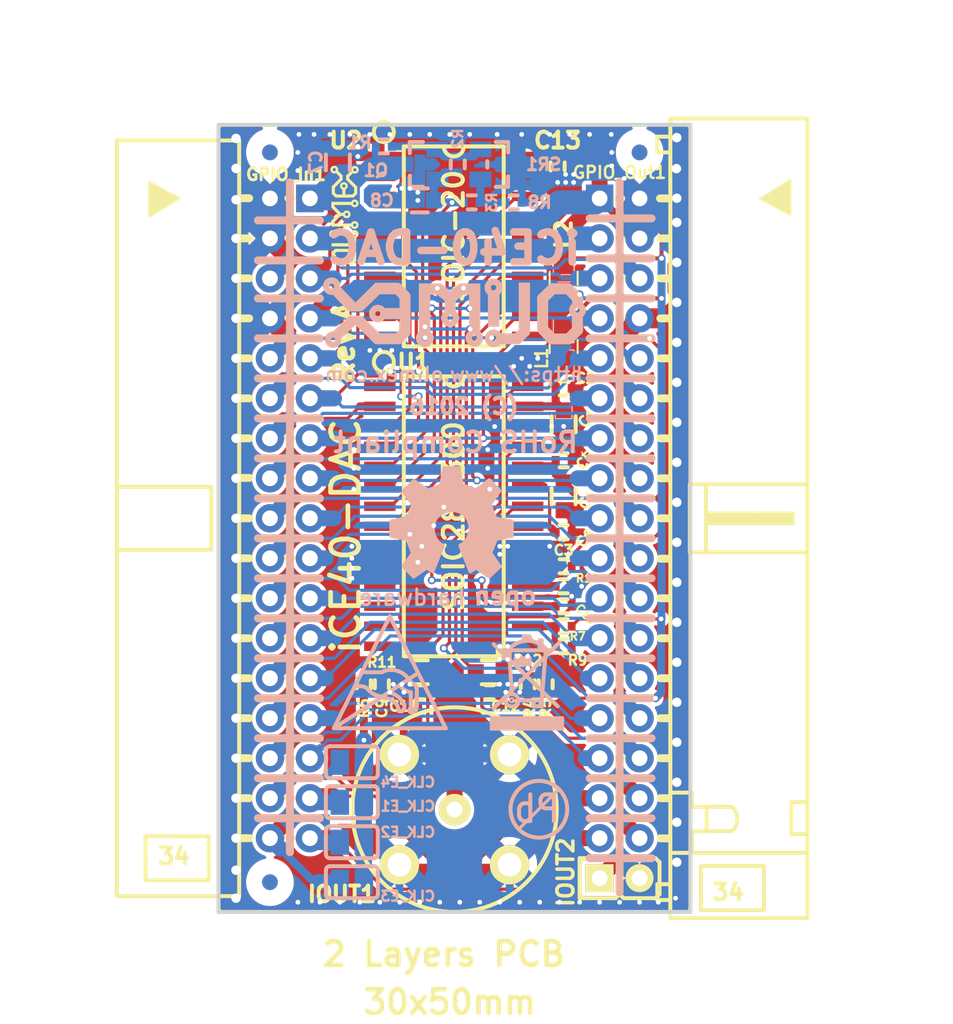
<source format=kicad_pcb>
(kicad_pcb (version 20221018) (generator pcbnew)
  (layers (0 "F.Cu" signal) (31 "B.Cu" signal) (34 "B.Paste" user) (35 "F.Paste" user) (36 "B.SilkS" user "B.Silkscreen") (37 "F.SilkS" user "F.Silkscreen") (38 "B.Mask" user) (39 "F.Mask" user) (44 "Edge.Cuts" user))
  (net 0 "")
  (net 1 "GND")
  (net 2 "+5V")
  (net 3 "+3V3")
  (net 4 "/EXTCLK")
  (net 5 "Net-(C1-Pad2)")
  (net 6 "Net-(Q1-Pad1)")
  (net 7 "Net-(C3-Pad1)")
  (net 8 "Net-(C3-Pad2)")
  (net 9 "Net-(C6-Pad1)")
  (net 10 "/EXTIO")
  (net 11 "Net-(C9-Pad1)")
  (net 12 "/IOUT1")
  (net 13 "/IOUT2")
  (net 14 "/DAC_CLK")
  (net 15 "/MODE")
  (net 16 "Net-(R3-Pad2)")
  (net 17 "Net-(R7-Pad1)")
  (net 18 "Net-(R10-Pad1)")
  (net 19 "Net-(U1-Pad1)")
  (net 20 "Net-(U1-Pad2)")
  (net 21 "Net-(U1-Pad3)")
  (net 22 "Net-(U1-Pad4)")
  (net 23 "Net-(U1-Pad5)")
  (net 24 "Net-(U1-Pad6)")
  (net 25 "Net-(U1-Pad7)")
  (net 26 "Net-(U1-Pad8)")
  (net 27 "Net-(U1-Pad9)")
  (net 28 "Net-(U1-Pad10)")
  (net 29 "Net-(U1-Pad11)")
  (net 30 "Net-(U1-Pad12)")
  (net 31 "Net-(U1-Pad13)")
  (net 32 "Net-(U1-Pad14)")
  (net 33 "/GPIO_Pin<31>")
  (net 34 "/GPIO_Pin<33>")
  (net 35 "/GPIO_Pin<34>")
  (net 36 "/GPIO_Pin<32>")
  (net 37 "/DAC_D0")
  (net 38 "/DAC_D1")
  (net 39 "/DAC_D2")
  (net 40 "/GPIO_Pin<10>")
  (net 41 "/GPIO_Pin<12>")
  (net 42 "/DAC_D3")
  (net 43 "/GPIO_Pin<14>")
  (net 44 "/DAC_D4")
  (net 45 "/GPIO_Pin<16>")
  (net 46 "/DAC_D5")
  (net 47 "/GPIO_Pin<18>")
  (net 48 "/DAC_D6")
  (net 49 "/GPIO_Pin<20>")
  (net 50 "/DAC_D7")
  (net 51 "/GPIO_Pin<26>")
  (net 52 "/GPIO_Pin<25>")
  (net 53 "/GPIO_Pin<29>")
  (net 54 "/GPIO_Pin<28>")
  (net 55 "/GPIO_Pin<30>")
  (net 56 "/GPIO_Pin<27>")
  (net 57 "/GPIO_Pin<22>")
  (net 58 "/GPIO_Pin<24>")
  (net 59 "/GPIO_Pin<23>")
  (net 60 "/GPIO_Pin<21>")
  (footprint "OLIMEX_RLC-FP:C_0603_5MIL_DWS" (layer "F.Cu") (at 146.939 89.027 90)
    (fp_text reference "C1")
    (fp_text value "22uF/6.3V/0603")
  )
  (footprint "OLIMEX_RLC-FP:C_0402_5MIL_DWS" (layer "F.Cu") (at 142.24 106.045 180)
    (fp_text reference "C12")
    (fp_text value "NA")
  )
  (footprint "OLIMEX_RLC-FP:R_0402_5MIL_DWS" (layer "F.Cu") (at 144.653 105.537 90)
    (fp_text reference "R4")
    (fp_text value "10k")
  )
  (footprint "OLIMEX_RLC-FP:R_0402_5MIL_DWS" (layer "F.Cu") (at 145.796 105.537 90)
    (fp_text reference "R5")
    (fp_text value "NA")
  )
  (footprint "OLIMEX_RLC-FP:R_0402_5MIL_DWS" (layer "F.Cu") (at 134.239 105.537 90)
    (fp_text reference "R6")
    (fp_text value "22R")
  )
  (footprint "OLIMEX_RLC-FP:R_0402_5MIL_DWS" (layer "F.Cu") (at 146.939 101.854)
    (fp_text reference "R7")
    (fp_text value "NA")
  )
  (footprint "OLIMEX_RLC-FP:R_0402_5MIL_DWS" (layer "F.Cu") (at 146.939 103.124)
    (fp_text reference "R9")
    (fp_text value "10k")
  )
  (footprint "OLIMEX_RLC-FP:C_0402_5MIL_DWS" (layer "F.Cu") (at 146.939 86.741 180)
    (fp_text reference "C2")
    (fp_text value "100nF")
  )
  (footprint "OLIMEX_RLC-FP:C_0603_5MIL_DWS" (layer "F.Cu") (at 146.939 93.599 90)
    (fp_text reference "C4")
    (fp_text value "22uF/6.3V/0603")
  )
  (footprint "OLIMEX_RLC-FP:C_0402_5MIL_DWS" (layer "F.Cu") (at 146.939 91.313 180)
    (fp_text reference "C5")
    (fp_text value "100nF")
  )
  (footprint "OLIMEX_RLC-FP:C_0402_5MIL_DWS" (layer "F.Cu") (at 146.939 95.885)
    (fp_text reference "C6")
    (fp_text value "100nF")
  )
  (footprint "OLIMEX_RLC-FP:C_0402_5MIL_DWS" (layer "F.Cu") (at 146.939 100.584)
    (fp_text reference "C10")
    (fp_text value "100nF")
  )
  (footprint "OLIMEX_Connectors-FP:IDC34R_PCB" (layer "F.Cu") (at 129.54 94.996 90)
    (fp_text reference "GPIO_In1")
    (fp_text value "IDC34R")
  )
  (footprint "OLIMEX_Connectors-FP:BH34R" (layer "F.Cu") (at 150.495 94.996 -90)
    (fp_text reference "GPIO_Out1")
    (fp_text value "BH34R")
  )
  (footprint "OLIMEX_RLC-FP:L_0805_5MIL_DWS" (layer "F.Cu") (at 146.939 84.074 90)
    (fp_text reference "L1")
    (fp_text value "FB0805/600R/2A")
  )
  (footprint "OLIMEX_RLC-FP:R_0603_5MIL_DWS" (layer "F.Cu") (at 137.795 104.775 180)
    (fp_text reference "R11")
    (fp_text value "49.9R/1%")
  )
  (footprint "OLIMEX_RLC-FP:R_0603_5MIL_DWS" (layer "F.Cu") (at 142.24 104.775)
    (fp_text reference "R12")
    (fp_text value "49.9R/1%")
  )
  (footprint "OLIMEX_RLC-FP:C_0402_5MIL_DWS" (layer "F.Cu") (at 146.939 98.044)
    (fp_text reference "C3")
    (fp_text value "100nF")
  )
  (footprint "OLIMEX_RLC-FP:C_0402_5MIL_DWS" (layer "F.Cu") (at 135.382 105.537 -90)
    (fp_text reference "C9")
    (fp_text value "NA")
  )
  (footprint "OLIMEX_RLC-FP:C_0402_5MIL_DWS" (layer "F.Cu") (at 137.795 106.045)
    (fp_text reference "C11")
    (fp_text value "NA")
  )
  (footprint "OLIMEX_Connectors-FP:BNC-JD11-50-LF_1-IN_2-GND" (layer "F.Cu") (at 140 113.5)
    (fp_text reference "IOUT1")
    (fp_text value "BNC-JD11-50-LF")
  )
  (footprint "OLIMEX_RLC-FP:L_0805_5MIL_DWS" (layer "F.Cu") (at 146.939 79.756 -90)
    (fp_text reference "L2")
    (fp_text value "FB0805/600R/2A")
  )
  (footprint "OLIMEX_IC-FP:SOIC28-300" (layer "F.Cu") (at 139.954 94.869 -90)
    (fp_text reference "U1")
    (fp_text value "THS5641AIDW(SOIC28)")
  )
  (footprint "OLIMEX_RLC-FP:R_0402_5MIL_DWS" (layer "F.Cu") (at 146.939 99.314)
    (fp_text reference "R10")
    (fp_text value "2k/1%")
  )
  (footprint "OLIMEX_RLC-FP:C_0402_5MIL_DWS" (layer "F.Cu") (at 146.558 72.644 -90)
    (fp_text reference "C13")
    (fp_text value "100nF")
  )
  (footprint "OLIMEX_IC-FP:SOIC20_300mil" (layer "F.Cu") (at 139.954 77.724 -90)
    (fp_text reference "U2")
    (fp_text value "SN74ACT244DWR(SOIC-20)")
  )
  (footprint "OLIMEX_Connectors-FP:HN1x2" (layer "F.Cu") (at 150.495 117.856)
    (fp_text reference "IOUT2")
    (fp_text value "NA(HN1x2)")
  )
  (footprint "OLIMEX_Other-FP:Fiducial1x3" (layer "F.Cu") (at 128.27 118.11)
    (fp_text reference "")
    (fp_text value "")
  )
  (footprint "OLIMEX_Other-FP:Fiducial1x3" (layer "F.Cu") (at 128.27 71.755)
    (fp_text reference "")
    (fp_text value "")
  )
  (footprint "OLIMEX_Other-FP:Fiducial1x3" (layer "F.Cu") (at 151.765 71.755)
    (fp_text reference "")
    (fp_text value "")
  )
  (footprint "OLIMEX_LOGOs-FP:OLIMEX_LOGO_SMALL_TB" (layer "F.Cu") (at 132.969 75.819 90)
    (fp_text reference "")
    (fp_text value "")
  )
  (footprint "OLIMEX_RLC-FP:C_0603_5MIL_DWS" (layer "B.Cu") (at 137.795 74.803)
    (fp_text reference "C8")
    (fp_text value "NA(22uF/6.3V/0603)")
  )
  (footprint "OLIMEX_RLC-FP:R_0402_5MIL_DWS" (layer "B.Cu") (at 135.509 71.374 180)
    (fp_text reference "R1")
    (fp_text value "NA")
  )
  (footprint "OLIMEX_RLC-FP:R_0402_5MIL_DWS" (layer "B.Cu") (at 140.208 72.517 -90)
    (fp_text reference "R2")
    (fp_text value "NA")
  )
  (footprint "OLIMEX_RLC-FP:R_0402_5MIL_DWS" (layer "B.Cu") (at 141.097 74.93)
    (fp_text reference "R3")
    (fp_text value "NA")
  )
  (footprint "OLIMEX_RLC-FP:R_0402_5MIL_DWS" (layer "B.Cu") (at 143.764 74.93)
    (fp_text reference "R8")
    (fp_text value "NA")
  )
  (footprint "OLIMEX_Transistors-FP:SOT23" (layer "B.Cu") (at 137.795 72.517)
    (fp_text reference "Q1")
    (fp_text value "NA(BC817-40(SOT-23))")
  )
  (footprint "OLIMEX_IC-FP:SOT-23" (layer "B.Cu") (at 142.748 72.517 180)
    (fp_text reference "SR1")
    (fp_text value "NA(TLV431BSN1T1G(SOT23-3))")
  )
  (footprint "OLIMEX_Jumpers-FP:SJ" (layer "B.Cu") (at 133.477 113.03 180)
    (fp_text reference "CLK_E1")
    (fp_text value "Soldered")
  )
  (footprint "OLIMEX_Jumpers-FP:SJ" (layer "B.Cu") (at 133.477 115.57 180)
    (fp_text reference "CLK_E2")
    (fp_text value "Opened")
  )
  (footprint "OLIMEX_Jumpers-FP:SJ" (layer "B.Cu") (at 133.477 118.11 180)
    (fp_text reference "CLK_E3")
    (fp_text value "Opened")
  )
  (footprint "OLIMEX_Jumpers-FP:SJ" (layer "B.Cu") (at 133.477 110.49 180)
    (fp_text reference "CLK_E4")
    (fp_text value "Opened")
  )
  (footprint "OLIMEX_Other-FP:Fiducial1x3" (layer "B.Cu") (at 128.27 71.755)
    (fp_text reference "")
    (fp_text value "")
  )
  (footprint "OLIMEX_Other-FP:Fiducial1x3" (layer "B.Cu") (at 151.765 71.755)
    (fp_text reference "")
    (fp_text value "")
  )
  (footprint "OLIMEX_Other-FP:Fiducial1x3" (layer "B.Cu") (at 128.27 118.11)
    (fp_text reference "")
    (fp_text value "")
  )
  (footprint "OLIMEX_LOGOs-FP:LOGO_OPENHARDWARE_8x8" (layer "B.Cu") (at 139.827 95.758 180)
    (fp_text reference "" hide)
    (fp_text value "" hide)
  )
  (footprint "OLIMEX_LOGOs-FP:LOGO_PBFREE" (layer "B.Cu") (at 145.161 113.792 180)
    (fp_text reference "")
    (fp_text value "")
  )
  (footprint "OLIMEX_LOGOs-FP:OLIMEX_LOGO_TB" (layer "B.Cu") (at 139.827 81.915 180)
    (fp_text reference "" hide)
    (fp_text value "" hide)
  )
  (footprint "OLIMEX_LOGOs-FP:LOGO_ANTISTATIC_1" (layer "B.Cu") (at 139.446 108.331 180)
    (fp_text reference "Ref**" hide)
    (fp_text value "Val**" hide)
  )
  (footprint "OLIMEX_LOGOs-FP:LOGO_RECYCLEBIN_1" (layer "B.Cu") (at 146.939 108.458 180)
    (fp_text reference "" hide)
    (fp_text value "" hide)
  )
  (footprint "OLIMEX_RLC-FP:C_0603_5MIL_DWS" (layer "B.Cu") (at 132.588 72.39 -90)
    (fp_text reference "C7")
    (fp_text value "NA(22uF/6.3V/0603)")
  )
  (gr_line (start 127.508 111.506) (end 131.445 111.506) (stroke (width 0.508)) (layer "B.SilkS"))
  (gr_line (start 127.508 108.966) (end 131.445 108.966) (stroke (width 0.508)) (layer "B.SilkS"))
  (gr_line (start 127.508 106.426) (end 131.445 106.426) (stroke (width 0.508)) (layer "B.SilkS"))
  (gr_line (start 127.508 103.886) (end 131.445 103.886) (stroke (width 0.508)) (layer "B.SilkS"))
  (gr_line (start 127.508 101.346) (end 131.445 101.346) (stroke (width 0.508)) (layer "B.SilkS"))
  (gr_line (start 127.508 98.806) (end 131.445 98.806) (stroke (width 0.508)) (layer "B.SilkS"))
  (gr_line (start 127.508 96.266) (end 131.445 96.266) (stroke (width 0.508)) (layer "B.SilkS"))
  (gr_line (start 127.508 93.726) (end 131.445 93.726) (stroke (width 0.508)) (layer "B.SilkS"))
  (gr_line (start 127.508 91.186) (end 131.445 91.186) (stroke (width 0.508)) (layer "B.SilkS"))
  (gr_line (start 127.508 88.646) (end 131.445 88.646) (stroke (width 0.508)) (layer "B.SilkS"))
  (gr_line (start 127.508 86.106) (end 131.445 86.106) (stroke (width 0.508)) (layer "B.SilkS"))
  (gr_line (start 127.508 83.566) (end 131.445 83.566) (stroke (width 0.508)) (layer "B.SilkS"))
  (gr_line (start 127.508 81.026) (end 131.445 81.026) (stroke (width 0.508)) (layer "B.SilkS"))
  (gr_line (start 127.508 78.613) (end 131.445 78.613) (stroke (width 0.508)) (layer "B.SilkS"))
  (gr_line (start 127.508 76.073) (end 131.445 76.073) (stroke (width 0.508)) (layer "B.SilkS"))
  (gr_line (start 148.59 114.046) (end 152.527 114.046) (stroke (width 0.508)) (layer "B.SilkS"))
  (gr_line (start 148.59 116.586) (end 152.527 116.586) (stroke (width 0.508)) (layer "B.SilkS"))
  (gr_line (start 148.59 111.506) (end 152.527 111.506) (stroke (width 0.508)) (layer "B.SilkS"))
  (gr_line (start 148.59 108.966) (end 152.527 108.966) (stroke (width 0.508)) (layer "B.SilkS"))
  (gr_line (start 148.59 106.426) (end 152.527 106.426) (stroke (width 0.508)) (layer "B.SilkS"))
  (gr_line (start 148.59 103.886) (end 152.527 103.886) (stroke (width 0.508)) (layer "B.SilkS"))
  (gr_line (start 148.59 101.346) (end 152.527 101.346) (stroke (width 0.508)) (layer "B.SilkS"))
  (gr_line (start 148.59 98.806) (end 152.527 98.806) (stroke (width 0.508)) (layer "B.SilkS"))
  (gr_line (start 148.59 96.266) (end 152.527 96.266) (stroke (width 0.508)) (layer "B.SilkS"))
  (gr_line (start 148.59 93.726) (end 152.527 93.726) (stroke (width 0.508)) (layer "B.SilkS"))
  (gr_line (start 148.59 91.186) (end 152.527 91.186) (stroke (width 0.508)) (layer "B.SilkS"))
  (gr_line (start 148.59 88.646) (end 152.527 88.646) (stroke (width 0.508)) (layer "B.SilkS"))
  (gr_line (start 148.59 86.106) (end 152.527 86.106) (stroke (width 0.508)) (layer "B.SilkS"))
  (gr_line (start 148.59 83.566) (end 152.527 83.566) (stroke (width 0.508)) (layer "B.SilkS"))
  (gr_line (start 148.59 81.026) (end 152.527 81.026) (stroke (width 0.508)) (layer "B.SilkS"))
  (gr_line (start 148.59 78.486) (end 152.527 78.486) (stroke (width 0.508)) (layer "B.SilkS"))
  (gr_line (start 148.59 75.946) (end 152.527 75.946) (stroke (width 0.508)) (layer "B.SilkS"))
  (gr_line (start 150.495 118.745) (end 150.495 73.66) (stroke (width 0.508)) (layer "B.SilkS"))
  (gr_line (start 127.508 114.046) (end 131.445 114.046) (stroke (width 0.508)) (layer "B.SilkS"))
  (gr_line (start 129.54 73.66) (end 129.54 116.205) (stroke (width 0.508)) (layer "B.SilkS"))
  (gr_line (start 142.875 83.693) (end 142.875 83.947) (stroke (width 0.254)) (layer "F.SilkS"))
  (gr_line (start 142.748 103.378) (end 142.748 103.759) (stroke (width 0.254)) (layer "F.SilkS"))
  (gr_line (start 142.875 83.947) (end 142.875 84.074) (stroke (width 0.254)) (layer "F.SilkS"))
  (gr_line (start 143.129 83.693) (end 142.748 83.693) (stroke (width 0.254)) (layer "F.SilkS"))
  (gr_line (start 142.875 103.378) (end 142.875 103.759) (stroke (width 0.254)) (layer "F.SilkS"))
  (gr_line (start 142.748 83.693) (end 142.748 84.074) (stroke (width 0.254)) (layer "F.SilkS"))
  (gr_line (start 143.129 103.378) (end 142.748 103.378) (stroke (width 0.254)) (layer "F.SilkS"))
  (gr_line (start 125 120) (end 125 70) (stroke (width 0.254)) (layer "Edge.Cuts"))
  (gr_line (start 155 120) (end 125 120) (stroke (width 0.254)) (layer "Edge.Cuts"))
  (gr_line (start 155 70) (end 155 120) (stroke (width 0.254)) (layer "Edge.Cuts"))
  (gr_line (start 125 70) (end 155 70) (stroke (width 0.254)) (layer "Edge.Cuts"))
  (gr_text "iCE40-DAC" (at 139.954 77.851) (layer "B.SilkS") (effects (font (size 1.905 1.905) (thickness 0.47625)) (justify mirror)))
  (gr_text "RoHS Compliant" (at 140.081 90.17) (layer "B.SilkS") (effects (font (size 1.27 1.27) (thickness 0.254)) (justify mirror)))
  (gr_text "https://www.olimex.com" (at 139.954 85.852) (layer "B.SilkS") (effects (font (size 0.889 0.889) (thickness 0.15875)) (justify mirror)))
  (gr_text "(C) 2016" (at 140.589 87.884) (layer "B.SilkS") (effects (font (size 1 1) (thickness 0.25)) (justify mirror)))
  (gr_text "Rev.A" (at 132.969 83.82 90) (layer "F.SilkS") (effects (font (size 1.27 1.27) (thickness 0.3))))
  (gr_text "iCE40-DAC" (at 133.096 96.139 90) (layer "F.SilkS") (effects (font (size 1.778 1.778) (thickness 0.3))))
  (gr_text "30x50mm" (at 139.7 125.73) (layer "F.SilkS") (effects (font (size 1.5 1.5) (thickness 0.3))))
  (gr_text "2 Layers PCB" (at 139.319 122.682) (layer "F.SilkS") (effects (font (size 1.5 1.5) (thickness 0.3))))
  (segment (start 128.27 74.422) (end 128.27 74.676) (width 0.508) (layer "F.Cu") (net 1))
  (segment (start 146.431 73.279) (end 146.558 73.152) (width 0.508) (layer "F.Cu") (net 1))
  (segment (start 148.59 86.106) (end 150.114 86.106) (width 0.254) (layer "F.Cu") (net 1))
  (segment (start 150.114 86.106) (end 150.495 85.725) (width 0.254) (layer "F.Cu") (net 1))
  (segment (start 150.495 83.566) (end 150.495 85.725) (width 0.254) (layer "F.Cu") (net 1))
  (segment (start 146.177 89.154) (end 144.653 89.154) (width 0.508) (layer "F.Cu") (net 1))
  (segment (start 147.447 94.996) (end 147.447 95.885) (width 0.508) (layer "F.Cu") (net 1))
  (segment (start 147.447 96.393) (end 147.066 96.774) (width 0.508) (layer "F.Cu") (net 1))
  (segment (start 146.05 104.14) (end 147.193 104.14) (width 0.508) (layer "F.Cu") (net 1))
  (segment (start 147.193 104.14) (end 147.447 103.886) (width 0.508) (layer "F.Cu") (net 1))
  (segment (start 147.447 103.886) (end 147.447 103.124) (width 0.508) (layer "F.Cu") (net 1))
  (segment (start 147.994799 87.669799) (end 147.994799 88.733201) (width 0.254) (layer "F.Cu") (net 1))
  (segment (start 137.922 96.774) (end 137.922 96.266) (width 0.508) (layer "F.Cu") (net 1))
  (segment (start 142.875 97.282) (end 146.207451 97.282) (width 0.508) (layer "F.Cu") (net 1))
  (segment (start 145.034 103.124) (end 145.669 103.759) (width 0.508) (layer "F.Cu") (net 1))
  (segment (start 146.558 73.152) (end 146.558 73.66) (width 0.508) (layer "F.Cu") (net 1))
  (segment (start 133.858 71.374) (end 133.858 71.117839) (width 0.508) (layer "F.Cu") (net 1))
  (segment (start 150.622 83.439) (end 150.495 83.566) (width 1.016) (layer "F.Cu") (net 1))
  (segment (start 134.62 84.328) (end 135.253 84.328) (width 0.508) (layer "F.Cu") (net 1))
  (segment (start 147.447 99.949) (end 143.17147 99.949) (width 0.2032) (layer "F.Cu") (net 1))
  (segment (start 143.383 104.013) (end 143.383 103.96619) (width 0.508) (layer "F.Cu") (net 1))
  (segment (start 143.383 103.759) (end 143.383 103.124) (width 0.508) (layer "F.Cu") (net 1))
  (segment (start 144.145 106.045) (end 143.891 106.045) (width 0.508) (layer "F.Cu") (net 1))
  (segment (start 134.62 83.439) (end 134.62 84.328) (width 0.508) (layer "F.Cu") (net 1))
  (segment (start 147.066 96.774) (end 146.431 96.774) (width 0.508) (layer "F.Cu") (net 1))
  (segment (start 136.779 106.045) (end 136.398 106.045) (width 0.508) (layer "F.Cu") (net 1))
  (segment (start 137.910991 96.785009) (end 137.910991 97.547009) (width 0.508) (layer "F.Cu") (net 1))
  (segment (start 153.209619 98.845799) (end 153.42382 99.06) (width 0.254) (layer "F.Cu") (net 1))
  (segment (start 142.875 101.473) (end 142.875 103.124) (width 0.2032) (layer "F.Cu") (net 1))
  (segment (start 147.574 73.66) (end 147.574 73.152) (width 0.508) (layer "F.Cu") (net 1))
  (segment (start 144.653 103.759) (end 145.669 103.759) (width 0.508) (layer "F.Cu") (net 1))
  (segment (start 137.922 96.774) (end 137.910991 96.785009) (width 0.508) (layer "F.Cu") (net 1))
  (segment (start 147.066 73.152) (end 147.066 73.66) (width 0.508) (layer "F.Cu") (net 1))
  (segment (start 147.447 90.857077) (end 147.447 91.313) (width 0.508) (layer "F.Cu") (net 1))
  (segment (start 147.447 99.314) (end 148.102379 99.314) (width 0.254) (layer "F.Cu") (net 1))
  (segment (start 144.653 103.124) (end 145.034 103.124) (width 0.508) (layer "F.Cu") (net 1))
  (segment (start 152.659837 103.886) (end 152.913837 104.14) (width 0.2032) (layer "F.Cu") (net 1))
  (segment (start 135.606201 106.045) (end 135.382 106.045) (width 0.508) (layer "F.Cu") (net 1))
  (segment (start 133.858 71.117839) (end 133.35 70.609839) (width 0.508) (layer "F.Cu") (net 1))
  (segment (start 136.652 105.029) (end 136.652 105.537) (width 0.508) (layer "F.Cu") (net 1))
  (segment (start 143.129 104.775) (end 143.383 105.029) (width 0.508) (layer "F.Cu") (net 1))
  (segment (start 135.254 83.439) (end 135.98271 83.439) (width 0.508) (layer "F.Cu") (net 1))
  (segment (start 133.604 96.118721) (end 133.48664 96.236081) (width 0.508) (layer "F.Cu") (net 1))
  (segment (start 146.939 89.916) (end 146.177 89.154) (width 0.508) (layer "F.Cu") (net 1))
  (segment (start 146.530553 89.154) (end 146.939 89.154) (width 0.508) (layer "F.Cu") (net 1))
  (segment (start 143.146 73.279) (end 142.748 73.279) (width 0.508) (layer "F.Cu") (net 1))
  (segment (start 146.939 94.488) (end 147.447 94.996) (width 0.508) (layer "F.Cu") (net 1))
  (segment (start 137.072776 117.572776) (end 142.927224 117.572776) (width 1.27) (layer "F.Cu") (net 1))
  (segment (start 146.426612 97.062839) (end 146.426612 96.778388) (width 0.508) (layer "F.Cu") (net 1))
  (segment (start 135.89 106.045) (end 136.398 106.045) (width 0.508) (layer "F.Cu") (net 1))
  (segment (start 151.765 82.296) (end 153.114926 82.296) (width 1.27) (layer "F.Cu") (net 1))
  (segment (start 147.447 99.256358) (end 146.869642 98.679) (width 0.2032) (layer "F.Cu") (net 1))
  (segment (start 147.447 99.314) (end 147.447 99.949) (width 0.508) (layer "F.Cu") (net 1))
  (segment (start 136.114201 105.820799) (end 135.89 106.045) (width 0.508) (layer "F.Cu") (net 1))
  (segment (start 143.383 104.521) (end 143.383 103.96619) (width 0.508) (layer "F.Cu") (net 1))
  (segment (start 133.477 97.536) (end 133.477 98.171) (width 0.508) (layer "F.Cu") (net 1))
  (segment (start 146.207451 97.282) (end 146.426612 97.062839) (width 0.508) (layer "F.Cu") (net 1))
  (segment (start 143.383 103.124) (end 142.875 103.124) (width 0.508) (layer "F.Cu") (net 1))
  (segment (start 133.477 96.774) (end 133.477 97.536) (width 0.508) (layer "F.Cu") (net 1))
  (segment (start 143.383 105.918) (end 143.256 106.045) (width 0.508) (layer "F.Cu") (net 1))
  (segment (start 132.08 96.266) (end 127.381 96.266) (width 0.2032) (layer "F.Cu") (net 1))
  (segment (start 137.16 105.537) (end 137.16 105.918) (width 0.508) (layer "F.Cu") (net 1))
  (segment (start 137.16 105.918) (end 137.287 106.045) (width 0.508) (layer "F.Cu") (net 1))
  (segment (start 133.477 98.171) (end 133.477 98.806) (width 0.508) (layer "F.Cu") (net 1))
  (segment (start 143.891 106.045) (end 143.256 106.045) (width 0.508) (layer "F.Cu") (net 1))
  (segment (start 146.939 89.916) (end 146.923909 89.931091) (width 0.508) (layer "F.Cu") (net 1))
  (segment (start 151.765 82.296) (end 150.622 83.439) (width 1.016) (layer "F.Cu") (net 1))
  (segment (start 148.062851 98.552) (end 148.276781 98.552) (width 0.2032) (layer "F.Cu") (net 1))
  (segment (start 137.16 105.537) (end 136.652 105.537) (width 0.508) (layer "F.Cu") (net 1))
  (segment (start 146.558 73.66) (end 145.958801 74.259199) (width 0.2032) (layer "F.Cu") (net 1))
  (segment (start 136.906 104.775) (end 136.652 105.029) (width 0.508) (layer "F.Cu") (net 1))
  (segment (start 147.994799 89.101727) (end 147.942526 89.154) (width 0.508) (layer "F.Cu") (net 1))
  (segment (start 142.113 90.63119) (end 142.113 90.678) (width 0.508) (layer "F.Cu") (net 1))
  (segment (start 143.383 96.774) (end 142.875 96.774) (width 0.508) (layer "F.Cu") (net 1))
  (segment (start 136.016 84.327) (end 136.017 84.328) (width 0.508) (layer "F.Cu") (net 1))
  (segment (start 142.875 104.013) (end 142.875 103.96619) (width 0.508) (layer "F.Cu") (net 1))
  (segment (start 128.27 74.676) (end 128.27 77.216) (width 1.016) (layer "F.Cu") (net 1))
  (segment (start 142.554864 88.812214) (end 142.554864 89.165767) (width 0.508) (layer "F.Cu") (net 1))
  (segment (start 145.958801 74.259199) (end 145.958801 84.165199) (width 0.2032) (layer "F.Cu") (net 1))
  (segment (start 153.114926 82.296) (end 154.124438 82.296) (width 1.016) (layer "F.Cu") (net 1))
  (segment (start 137.16 105.029) (end 137.16 105.537) (width 0.508) (layer "F.Cu") (net 1))
  (segment (start 135.254 83.439) (end 135.254 84.327) (width 0.508) (layer "F.Cu") (net 1))
  (segment (start 142.24 92.357579) (end 142.24 93.146237) (width 0.508) (layer "F.Cu") (net 1))
  (segment (start 146.05 96.774) (end 144.653 96.774) (width 0.508) (layer "F.Cu") (net 1))
  (segment (start 142.748 106.045) (end 143.256 106.045) (width 0.508) (layer "F.Cu") (net 1))
  (segment (start 127.381 96.266) (end 126.111 94.996) (width 0.2032) (layer "F.Cu") (net 1))
  (segment (start 146.923909 89.931091) (end 146.923909 90.333986) (width 0.508) (layer "F.Cu") (net 1))
  (segment (start 147.828 89.304342) (end 147.828 90.932) (width 0.508) (layer "F.Cu") (net 1))
  (segment (start 136.114201 105.537) (end 136.114201 105.820799) (width 0.508) (layer "F.Cu") (net 1))
  (segment (start 147.447 99.949) (end 147.447 100.584) (width 0.508) (layer "F.Cu") (net 1))
  (segment (start 147.447 86.741) (end 147.447 87.122) (width 0.254) (layer "F.Cu") (net 1))
  (segment (start 146.939 89.154) (end 146.939 89.916) (width 0.508) (layer "F.Cu") (net 1))
  (segment (start 136.017 83.47329) (end 136.017 84.328) (width 0.508) (layer "F.Cu") (net 1))
  (segment (start 142.875 97.282) (end 143.383 96.774) (width 0.508) (layer "F.Cu") (net 1))
  (segment (start 137.287 106.045) (end 136.779 106.045) (width 0.508) (layer "F.Cu") (net 1))
  (segment (start 148.39583 85.91183) (end 148.59 86.106) (width 0.254) (layer "F.Cu") (net 1))
  (segment (start 145.288 84.836) (end 144.78 85.344) (width 0.2032) (layer "F.Cu") (net 1))
  (segment (start 147.942526 89.154) (end 147.447 89.154) (width 0.508) (layer "F.Cu") (net 1))
  (segment (start 133.393165 96.266) (end 132.08 96.266) (width 0.508) (layer "F.Cu") (net 1))
  (segment (start 147.828 90.932) (end 147.447 91.313) (width 0.508) (layer "F.Cu") (net 1))
  (segment (start 142.875 98.679) (end 142.875 97.635553) (width 0.2032) (layer "F.Cu") (net 1))
  (segment (start 143.891 105.537) (end 143.891 106.045) (width 0.508) (layer "F.Cu") (net 1))
  (segment (start 145.958801 84.165199) (end 145.288 84.836) (width 0.2032) (layer "F.Cu") (net 1))
  (segment (start 133.604 91.821) (end 133.604 96.118721) (width 0.508) (layer "F.Cu") (net 1))
  (segment (start 146.558 73.152) (end 147.066 73.152) (width 0.508) (layer "F.Cu") (net 1))
  (segment (start 142.875815 101.473815) (end 142.875 101.473) (width 0.2032) (layer "F.Cu") (net 1))
  (segment (start 146.923909 90.333986) (end 147.447 90.857077) (width 0.508) (layer "F.Cu") (net 1))
  (segment (start 144.653 89.154) (end 143.953 89.154) (width 0.508) (layer "F.Cu") (net 1))
  (segment (start 147.447 95.885) (end 147.447 96.266) (width 0.508) (layer "F.Cu") (net 1))
  (segment (start 142.927224 117.572776) (end 143.5 117) (width 1.27) (layer "F.Cu") (net 1))
  (segment (start 142.24 93.146237) (end 142.24 93.091) (width 0.508) (layer "F.Cu") (net 1))
  (segment (start 143.383 105.537) (end 142.875 105.537) (width 0.508) (layer "F.Cu") (net 1))
  (segment (start 142.554864 86.553136) (end 142.554864 88.812214) (width 0.508) (layer "F.Cu") (net 1))
  (segment (start 143.891 105.537) (end 144.399 106.045) (width 0.508) (layer "F.Cu") (net 1))
  (segment (start 142.554864 89.51932) (end 142.554864 89.165767) (width 0.508) (layer "F.Cu") (net 1))
  (segment (start 147.447 86.741) (end 147.955 86.741) (width 0.508) (layer "F.Cu") (net 1))
  (segment (start 144.78 85.344) (end 144.272 84.836) (width 0.2032) (layer "F.Cu") (net 1))
  (segment (start 142.875 99.65253) (end 142.875 98.679) (width 0.2032) (layer "F.Cu") (net 1))
  (segment (start 142.875 104.521) (end 142.875 103.96619) (width 0.508) (layer "F.Cu") (net 1))
  (segment (start 146.869642 98.679) (end 142.875 98.679) (width 0.2032) (layer "F.Cu") (net 1))
  (segment (start 137.16 74.041) (end 137.16 72.407) (width 0.508) (layer "F.Cu") (net 1))
  (segment (start 147.994799 88.733201) (end 147.994799 89.101727) (width 0.508) (layer "F.Cu") (net 1))
  (segment (start 143.383 103.96619) (end 143.383 103.759) (width 0.508) (layer "F.Cu") (net 1))
  (segment (start 136.779 106.045) (end 136.779 109.721) (width 0.508) (layer "F.Cu") (net 1))
  (segment (start 142.875 105.918) (end 142.748 106.045) (width 0.508) (layer "F.Cu") (net 1))
  (segment (start 144.654 73.279) (end 143.146 73.279) (width 0.508) (layer "F.Cu") (net 1))
  (segment (start 133.48664 96.236081) (end 133.48664 96.76436) (width 0.508) (layer "F.Cu") (net 1))
  (segment (start 153.42382 99.06) (end 154.130926 99.06) (width 0.254) (layer "F.Cu") (net 1))
  (segment (start 137.910991 97.547009) (end 137.672001 97.785999) (width 0.508) (layer "F.Cu") (net 1))
  (segment (start 133.604 91.821) (end 133.604 90.621934) (width 0.508) (layer "F.Cu") (net 1))
  (segment (start 135.254 83.439) (end 134.62 83.439) (width 0.508) (layer "F.Cu") (net 1))
  (segment (start 144.399 106.045) (end 144.653 106.045) (width 0.508) (layer "F.Cu") (net 1))
  (segment (start 147.447 89.154) (end 147.447 91.313) (width 0.508) (layer "F.Cu") (net 1))
  (segment (start 133.477 96.774) (end 133.477 96.349835) (width 0.508) (layer "F.Cu") (net 1))
  (segment (start 142.113 91.821) (end 142.113 92.230579) (width 0.508) (layer "F.Cu") (net 1))
  (segment (start 133.477 96.349835) (end 133.393165 96.266) (width 0.508) (layer "F.Cu") (net 1))
  (segment (start 133.48664 96.76436) (end 133.477 96.774) (width 0.508) (layer "F.Cu") (net 1))
  (segment (start 146.431 96.774) (end 146.05 96.774) (width 0.508) (layer "F.Cu") (net 1))
  (segment (start 147.066 73.152) (end 147.574 73.152) (width 0.508) (layer "F.Cu") (net 1))
  (segment (start 144.653 103.759) (end 144.018 103.759) (width 0.508) (layer "F.Cu") (net 1))
  (segment (start 148.02217 85.91183) (end 148.39583 85.91183) (width 0.254) (layer "F.Cu") (net 1))
  (segment (start 143.383 103.96619) (end 142.875 103.96619) (width 0.508) (layer "F.Cu") (net 1))
  (segment (start 148.082 99.314) (end 147.447 99.314) (width 0.508) (layer "F.Cu") (net 1))
  (segment (start 144.272 84.836) (end 143.764 85.344) (width 0.2032) (layer "F.Cu") (net 1))
  (segment (start 142.113 90.678) (end 142.113 91.821) (width 0.508) (layer "F.Cu") (net 1))
  (segment (start 144.018 103.759) (end 144.018 103.124) (width 0.508) (layer "F.Cu") (net 1))
  (segment (start 136.114201 105.537) (end 135.606201 106.045) (width 0.508) (layer "F.Cu") (net 1))
  (segment (start 146.177 89.154) (end 146.530553 89.154) (width 0.508) (layer "F.Cu") (net 1))
  (segment (start 143.383 105.537) (end 143.891 105.537) (width 0.508) (layer "F.Cu") (net 1))
  (segment (start 147.447 103.886) (end 152.659837 103.886) (width 0.2032) (layer "F.Cu") (net 1))
  (segment (start 143.129 104.775) (end 143.383 104.521) (width 0.508) (layer "F.Cu") (net 1))
  (segment (start 142.113 92.230579) (end 142.24 92.357579) (width 0.508) (layer "F.Cu") (net 1))
  (segment (start 137.16 72.407) (end 136.762 72.009) (width 0.508) (layer "F.Cu") (net 1))
  (segment (start 144.018 103.759) (end 143.383 103.759) (width 0.508) (layer "F.Cu") (net 1))
  (segment (start 147.942526 89.189816) (end 147.828 89.304342) (width 0.508) (layer "F.Cu") (net 1))
  (segment (start 147.447 87.122) (end 147.994799 87.669799) (width 0.254) (layer "F.Cu") (net 1))
  (segment (start 136.114201 105.537) (end 136.144 105.537) (width 0.508) (layer "F.Cu") (net 1))
  (segment (start 154.130926 82.289512) (end 154.130926 83.82) (width 1.016) (layer "F.Cu") (net 1))
  (segment (start 142.554864 90.189326) (end 142.554864 89.51932) (width 0.508) (layer "F.Cu") (net 1))
  (segment (start 154.130926 82.289512) (end 154.130926 81.28) (width 1.016) (layer "F.Cu") (net 1))
  (segment (start 142.875 105.029) (end 142.875 105.537) (width 0.508) (layer "F.Cu") (net 1))
  (segment (start 135.98271 83.439) (end 136.017 83.47329) (width 0.508) (layer "F.Cu") (net 1))
  (segment (start 148.57058 98.845799) (end 153.209619 98.845799) (width 0.254) (layer "F.Cu") (net 1))
  (segment (start 144.653 103.124) (end 143.383 103.124) (width 0.508) (layer "F.Cu") (net 1))
  (segment (start 144.653 96.774) (end 143.383 96.774) (width 0.508) (layer "F.Cu") (net 1))
  (segment (start 135.254 72.009) (end 134.493 72.009) (width 0.508) (layer "F.Cu") (net 1))
  (segment (start 148.102379 99.314) (end 148.57058 98.845799) (width 0.254) (layer "F.Cu") (net 1))
  (segment (start 136.652 105.537) (end 136.114201 105.537) (width 0.508) (layer "F.Cu") (net 1))
  (segment (start 143.17147 99.949) (end 142.875 99.65253) (width 0.2032) (layer "F.Cu") (net 1))
  (segment (start 148.276781 98.552) (end 148.57058 98.845799) (width 0.2032) (layer "F.Cu") (net 1))
  (segment (start 143.383 105.029) (end 143.383 105.537) (width 0.508) (layer "F.Cu") (net 1))
  (segment (start 147.066 73.66) (end 146.558 73.66) (width 0.508) (layer "F.Cu") (net 1))
  (segment (start 145.669 103.759) (end 146.05 104.14) (width 0.508) (layer "F.Cu") (net 1))
  (segment (start 142.875 103.96619) (end 142.875 103.124) (width 0.508) (layer "F.Cu") (net 1))
  (segment (start 146.426612 96.778388) (end 146.431 96.774) (width 0.508) (layer "F.Cu") (net 1))
  (segment (start 135.254 84.327) (end 136.016 84.327) (width 0.508) (layer "F.Cu") (net 1))
  (segment (start 147.447 100.584) (end 147.447 100.609) (width 0.2032) (layer "F.Cu") (net 1))
  (segment (start 142.875 96.774) (end 142.875 97.282) (width 0.508) (layer "F.Cu") (net 1))
  (segment (start 144.654 73.279) (end 146.431 73.279) (width 0.508) (layer "F.Cu") (net 1))
  (segment (start 142.875 105.537) (end 142.875 105.918) (width 0.508) (layer "F.Cu") (net 1))
  (segment (start 143.129 104.775) (end 142.875 104.521) (width 0.508) (layer "F.Cu") (net 1))
  (segment (start 136.762 72.009) (end 135.254 72.009) (width 0.508) (layer "F.Cu") (net 1))
  (segment (start 154.124438 82.296) (end 154.130926 82.289512) (width 0.508) (layer "F.Cu") (net 1))
  (segment (start 144.653 103.124) (end 144.653 103.759) (width 0.508) (layer "F.Cu") (net 1))
  (segment (start 143.383 105.537) (end 143.383 105.918) (width 0.508) (layer "F.Cu") (net 1))
  (segment (start 133.604 90.621934) (end 133.605891 90.620043) (width 0.508) (layer "F.Cu") (net 1))
  (segment (start 147.955 86.741) (end 148.59 86.106) (width 0.254) (layer "F.Cu") (net 1))
  (segment (start 143.764 85.344) (end 142.554864 86.553136) (width 0.508) (layer "F.Cu") (net 1))
  (segment (start 143.100432 101.249199) (end 142.875815 101.473815) (width 0.2032) (layer "F.Cu") (net 1))
  (segment (start 147.447 89.154) (end 146.939 89.154) (width 0.508) (layer "F.Cu") (net 1))
  (segment (start 144.653 106.045) (end 144.145 106.045) (width 0.508) (layer "F.Cu") (net 1))
  (segment (start 146.806801 101.249199) (end 143.100432 101.249199) (width 0.2032) (layer "F.Cu") (net 1))
  (segment (start 135.253 84.328) (end 135.254 84.327) (width 0.508) (layer "F.Cu") (net 1))
  (segment (start 147.447 86.741) (end 147.447 86.487) (width 0.254) (layer "F.Cu") (net 1))
  (segment (start 133.858 71.655447) (end 133.858 71.374) (width 0.508) (layer "F.Cu") (net 1))
  (segment (start 147.447 100.609) (end 146.806801 101.249199) (width 0.2032) (layer "F.Cu") (net 1))
  (segment (start 137.922 96.266) (end 138.684 95.45719) (width 0.508) (layer "F.Cu") (net 1))
  (segment (start 142.875 97.635553) (end 142.875 97.282) (width 0.2032) (layer "F.Cu") (net 1))
  (segment (start 147.447 99.314) (end 147.447 99.167851) (width 0.2032) (layer "F.Cu") (net 1))
  (segment (start 136.652 105.918) (end 136.779 106.045) (width 0.508) (layer "F.Cu") (net 1))
  (segment (start 136.144 105.537) (end 136.906 104.775) (width 0.508) (layer "F.Cu") (net 1))
  (segment (start 134.493 72.009) (end 133.858 71.374) (width 0.508) (layer "F.Cu") (net 1))
  (segment (start 147.942526 89.154) (end 147.942526 89.189816) (width 0.508) (layer "F.Cu") (net 1))
  (segment (start 147.066 73.66) (end 147.574 73.66) (width 0.508) (layer "F.Cu") (net 1))
  (segment (start 136.906 104.775) (end 137.16 105.029) (width 0.508) (layer "F.Cu") (net 1))
  (segment (start 147.447 99.314) (end 147.447 99.256358) (width 0.2032) (layer "F.Cu") (net 1))
  (segment (start 143.129 104.775) (end 142.875 105.029) (width 0.508) (layer "F.Cu") (net 1))
  (segment (start 136.652 105.537) (end 136.652 105.918) (width 0.508) (layer "F.Cu") (net 1))
  (segment (start 136.5 117) (end 137.072776 117.572776) (width 1.27) (layer "F.Cu") (net 1))
  (segment (start 152.913837 104.14) (end 154.130926 104.14) (width 0.2032) (layer "F.Cu") (net 1))
  (segment (start 135.382 106.045) (end 135.89 106.045) (width 0.508) (layer "F.Cu") (net 1))
  (segment (start 133.858 72.009) (end 133.858 71.655447) (width 0.508) (layer "F.Cu") (net 1))
  (segment (start 135.254 72.009) (end 133.858 72.009) (width 0.508) (layer "F.Cu") (net 1))
  (segment (start 144.018 103.124) (end 144.653 103.124) (width 0.508) (layer "F.Cu") (net 1))
  (segment (start 147.447 86.487) (end 148.02217 85.91183) (width 0.254) (layer "F.Cu") (net 1))
  (segment (start 142.113 90.63119) (end 142.554864 90.189326) (width 0.508) (layer "F.Cu") (net 1))
  (segment (start 147.447 99.167851) (end 148.062851 98.552) (width 0.2032) (layer "F.Cu") (net 1))
  (segment (start 136.779 109.721) (end 136.5 110) (width 0.508) (layer "F.Cu") (net 1))
  (via (at 136.525 119.38254) (size 0.5) (drill 0.3) (layers "F.Cu" "B.Cu") (net 1))
  (via (at 137.16 105.537) (size 0.5) (drill 0.3) (layers "F.Cu" "B.Cu") (net 1))
  (via (at 146.685 119.38254) (size 0.5) (drill 0.3) (layers "F.Cu" "B.Cu") (net 1))
  (via (at 126.111 87.376) (size 1) (drill 0.6) (layers "F.Cu" "B.Cu") (net 1))
  (via (at 135.254 84.327) (size 0.5) (drill 0.3) (layers "F.Cu" "B.Cu") (net 1))
  (via (at 147.574 73.66) (size 0.5) (drill 0.3) (layers "F.Cu" "B.Cu") (net 1))
  (via (at 133.604 93.146237) (size 0.5) (drill 0.3) (layers "F.Cu" "B.Cu") (net 1))
  (via (at 139.7 70.609839) (size 0.5) (drill 0.3) (layers "F.Cu" "B.Cu") (net 1))
  (via (at 154.130926 114.3) (size 1) (drill 0.6) (layers "F.Cu" "B.Cu") (net 1))
  (via (at 133.477 98.806) (size 0.5) (drill 0.3) (layers "F.Cu" "B.Cu") (net 1))
  (via (at 137.16 70.609839) (size 0.5) (drill 0.3) (layers "F.Cu" "B.Cu") (net 1))
  (via (at 142.875 103.96619) (size 0.5) (drill 0.3) (layers "F.Cu" "B.Cu") (net 1))
  (via (at 146.558 73.66) (size 0.5) (drill 0.3) (layers "F.Cu" "B.Cu") (net 1))
  (via (at 135.255 119.38254) (size 0.5) (drill 0.3) (layers "F.Cu" "B.Cu") (net 1))
  (via (at 154.130926 88.9) (size 1) (drill 0.6) (layers "F.Cu" "B.Cu") (net 1))
  (via (at 150.495 119.38254) (size 0.5) (drill 0.3) (layers "F.Cu" "B.Cu") (net 1))
  (via (at 145.415 119.38254) (size 0.5) (drill 0.3) (layers "F.Cu" "B.Cu") (net 1))
  (via (at 147.32 70.609839) (size 0.5) (drill 0.3) (layers "F.Cu" "B.Cu") (net 1))
  (via (at 144.272 70.609839) (size 0.5) (drill 0.3) (layers "F.Cu" "B.Cu") (net 1))
  (via (at 147.955 119.38254) (size 0.5) (drill 0.3) (layers "F.Cu" "B.Cu") (net 1))
  (via (at 138.43 70.609839) (size 0.5) (drill 0.3) (layers "F.Cu" "B.Cu") (net 1))
  (via (at 145.288 84.836) (size 0.5) (drill 0.3) (layers "F.Cu" "B.Cu") (net 1))
  (via (at 154.130926 99.06) (size 1) (drill 0.6) (layers "F.Cu" "B.Cu") (net 1))
  (via (at 130.04546 119.38254) (size 0.5) (drill 0.3) (layers "F.Cu" "B.Cu") (net 1))
  (via (at 126.111 112.776) (size 1) (drill 0.6) (layers "F.Cu" "B.Cu") (net 1))
  (via (at 142.875 105.537) (size 0.5) (drill 0.3) (layers "F.Cu" "B.Cu") (net 1))
  (via (at 149.994999 72.604601) (size 0.5) (drill 0.3) (layers "F.Cu" "B.Cu") (net 1))
  (via (at 126.111 82.296) (size 1) (drill 0.6) (layers "F.Cu" "B.Cu") (net 1))
  (via (at 142.713801 70.609839) (size 0.5) (drill 0.3) (layers "F.Cu" "B.Cu") (net 1))
  (via (at 147.066 73.66) (size 0.5) (drill 0.3) (layers "F.Cu" "B.Cu") (net 1))
  (via (at 154.130926 109.22) (size 1) (drill 0.6) (layers "F.Cu" "B.Cu") (net 1))
  (via (at 144.272 84.836) (size 0.5) (drill 0.3) (layers "F.Cu" "B.Cu") (net 1))
  (via (at 126.111 89.916) (size 1) (drill 0.6) (layers "F.Cu" "B.Cu") (net 1))
  (via (at 133.35 70.609839) (size 0.5) (drill 0.3) (layers "F.Cu" "B.Cu") (net 1))
  (via (at 142.875 103.124) (size 0.5) (drill 0.3) (layers "F.Cu" "B.Cu") (net 1))
  (via (at 126.111 72.771) (size 1) (drill 0.6) (layers "F.Cu" "B.Cu") (net 1))
  (via (at 154.130926 91.44) (size 1) (drill 0.6) (layers "F.Cu" "B.Cu") (net 1))
  (via (at 154.130926 70.815954) (size 1) (drill 0.6) (layers "F.Cu" "B.Cu") (net 1))
  (via (at 126.111 97.536) (size 1) (drill 0.6) (layers "F.Cu" "B.Cu") (net 1))
  (via (at 136.114201 105.537) (size 0.5) (drill 0.3) (layers "F.Cu" "B.Cu") (net 1))
  (via (at 142.875 119.38254) (size 0.5) (drill 0.3) (layers "F.Cu" "B.Cu") (net 1))
  (via (at 133.985 119.38254) (size 0.5) (drill 0.3) (layers "F.Cu" "B.Cu") (net 1))
  (via (at 154.130926 78.74) (size 1) (drill 0.6) (layers "F.Cu" "B.Cu") (net 1))
  (via (at 126.111 115.316) (size 1) (drill 0.6) (layers "F.Cu" "B.Cu") (net 1))
  (via (at 137.16 74.041) (size 0.5) (drill 0.3) (layers "F.Cu" "B.Cu") (net 1))
  (via (at 144.145 106.045) (size 0.5) (drill 0.3) (layers "F.Cu" "B.Cu") (net 1))
  (via (at 154.130926 96.52) (size 1) (drill 0.6) (layers "F.Cu" "B.Cu") (net 1))
  (via (at 146.05 96.774) (size 0.5) (drill 0.3) (layers "F.Cu" "B.Cu") (net 1))
  (via (at 139.065 119.38254) (size 0.5) (drill 0.3) (layers "F.Cu" "B.Cu") (net 1))
  (via (at 126.111 119.126) (size 1) (drill 0.6) (layers "F.Cu" "B.Cu") (net 1))
  (via (at 148.59 70.609839) (size 0.5) (drill 0.3) (layers "F.Cu" "B.Cu") (net 1))
  (via (at 149.965978 70.609839) (size 0.5) (drill 0.3) (layers "F.Cu" "B.Cu") (net 1))
  (via (at 133.477 97.536) (size 0.5) (drill 0.3) (layers "F.Cu" "B.Cu") (net 1))
  (via (at 136.017 84.328) (size 0.5) (drill 0.3) (layers "F.Cu" "B.Cu") (net 1))
  (via (at 140.97 70.609799) (size 0.5) (drill 0.3) (layers "F.Cu" "B.Cu") (net 1))
  (via (at 130.1127 70.609839) (size 0.5) (drill 0.3) (layers "F.Cu" "B.Cu") (net 1))
  (via (at 135.89 70.609839) (size 0.5) (drill 0.3) (layers "F.Cu" "B.Cu") (net 1))
  (via (at 126.111 84.836) (size 1) (drill 0.6) (layers "F.Cu" "B.Cu") (net 1))
  (via (at 126.111 79.756) (size 1) (drill 0.6) (layers "F.Cu" "B.Cu") (net 1))
  (via (at 148.082 99.314) (size 0.5) (drill 0.3) (layers "F.Cu" "B.Cu") (net 1))
  (via (at 142.113 90.63119) (size 0.5) (drill 0.3) (layers "F.Cu" "B.Cu") (net 1))
  (via (at 146.177 89.154) (size 0.5) (drill 0.3) (layers "F.Cu" "B.Cu") (net 1))
  (via (at 142.24 93.146237) (size 0.5) (drill 0.3) (layers "F.Cu" "B.Cu") (net 1))
  (via (at 143.383 96.774) (size 0.5) (drill 0.3) (layers "F.Cu" "B.Cu") (net 1))
  (via (at 144.145 119.38254) (size 0.5) (drill 0.3) (layers "F.Cu" "B.Cu") (net 1))
  (via (at 141.605 119.38254) (size 0.5) (drill 0.3) (layers "F.Cu" "B.Cu") (net 1))
  (via (at 130.040001 72.907761) (size 0.5) (drill 0.3) (layers "F.Cu" "B.Cu") (net 1))
  (via (at 137.668 74.803) (size 0.5) (drill 0.3) (layers "F.Cu" "B.Cu") (net 1))
  (via (at 150.796398 73.406) (size 0.5) (drill 0.3) (layers "F.Cu" "B.Cu") (net 1))
  (via (at 137.795 119.38254) (size 0.5) (drill 0.3) (layers "F.Cu" "B.Cu") (net 1))
  (via (at 147.066 73.152) (size 0.5) (drill 0.3) (layers "F.Cu" "B.Cu") (net 1))
  (via (at 126.111 117.348) (size 1) (drill 0.6) (layers "F.Cu" "B.Cu") (net 1))
  (via (at 154.130926 76.2) (size 1) (drill 0.6) (layers "F.Cu" "B.Cu") (net 1))
  (via (at 142.113 91.821) (size 0.5) (drill 0.3) (layers "F.Cu" "B.Cu") (net 1))
  (via (at 154.130926 104.14) (size 1) (drill 0.6) (layers "F.Cu" "B.Cu") (net 1))
  (via (at 143.383 103.124) (size 0.5) (drill 0.3) (layers "F.Cu" "B.Cu") (net 1))
  (via (at 143.764 85.344) (size 0.5) (drill 0.3) (layers "F.Cu" "B.Cu") (net 1))
  (via (at 154.130926 86.36) (size 1) (drill 0.6) (layers "F.Cu" "B.Cu") (net 1))
  (via (at 133.858 71.374) (size 0.5) (drill 0.3) (layers "F.Cu" "B.Cu") (net 1))
  (via (at 133.477 98.171) (size 0.5) (drill 0.3) (layers "F.Cu" "B.Cu") (net 1))
  (via (at 147.447 99.949) (size 0.5) (drill 0.3) (layers "F.Cu" "B.Cu") (net 1))
  (via (at 151.765 119.38254) (size 0.5) (drill 0.3) (layers "F.Cu" "B.Cu") (net 1))
  (via (at 147.574 73.152) (size 0.5) (drill 0.3) (layers "F.Cu" "B.Cu") (net 1))
  (via (at 137.922 96.774) (size 0.5) (drill 0.3) (layers "F.Cu" "B.Cu") (net 1))
  (via (at 142.554864 89.165767) (size 0.5) (drill 0.3) (layers "F.Cu" "B.Cu") (net 1))
  (via (at 126.111 102.616) (size 1) (drill 0.6) (layers "F.Cu" "B.Cu") (net 1))
  (via (at 143.383 105.537) (size 0.5) (drill 0.3) (layers "F.Cu" "B.Cu") (net 1))
  (via (at 144.653 103.759) (size 0.5) (drill 0.3) (layers "F.Cu" "B.Cu") (net 1))
  (via (at 143.383 103.96619) (size 0.5) (drill 0.3) (layers "F.Cu" "B.Cu") (net 1))
  (via (at 136.779 106.045) (size 0.5) (drill 0.3) (layers "F.Cu" "B.Cu") (net 1))
  (via (at 137.672001 97.785999) (size 0.5) (drill 0.3) (layers "F.Cu" "B.Cu") (net 1))
  (via (at 126.111 70.866) (size 1) (drill 0.6) (layers "F.Cu" "B.Cu") (net 1))
  (via (at 126.111 100.076) (size 1) (drill 0.6) (layers "F.Cu" "B.Cu") (net 1))
  (via (at 154.130926 116.84) (size 1) (drill 0.6) (layers "F.Cu" "B.Cu") (net 1))
  (via (at 126.111 110.236) (size 1) (drill 0.6) (layers "F.Cu" "B.Cu") (net 1))
  (via (at 154.130926 101.6) (size 1) (drill 0.6) (layers "F.Cu" "B.Cu") (net 1))
  (via (at 133.477 96.774) (size 0.5) (drill 0.3) (layers "F.Cu" "B.Cu") (net 1))
  (via (at 149.994999 71.755) (size 0.5) (drill 0.3) (layers "F.Cu" "B.Cu") (net 1))
  (via (at 146.05 70.609839) (size 0.5) (drill 0.3) (layers "F.Cu" "B.Cu") (net 1))
  (via (at 146.939 89.154) (size 0.5) (drill 0.3) (layers "F.Cu" "B.Cu") (net 1))
  (via (at 137.668 74.295) (size 0.5) (drill 0.3) (layers "F.Cu" "B.Cu") (net 1))
  (via (at 132.08 70.609839) (size 0.5) (drill 0.3) (layers "F.Cu" "B.Cu") (net 1))
  (via (at 126.111 94.996) (size 1) (drill 0.6) (layers "F.Cu" "B.Cu") (net 1))
  (via (at 126.111 74.759254) (size 1) (drill 0.6) (layers "F.Cu" "B.Cu") (net 1))
  (via (at 143.891 105.537) (size 0.5) (drill 0.3) (layers "F.Cu" "B.Cu") (net 1))
  (via (at 154.130926 74.663083) (size 1) (drill 0.6) (layers "F.Cu" "B.Cu") (net 1))
  (via (at 136.655658 74.039089) (size 0.5) (drill 0.3) (layers "F.Cu" "B.Cu") (net 1))
  (via (at 144.78 85.344) (size 0.5) (drill 0.3) (layers "F.Cu" "B.Cu") (net 1))
  (via (at 143.256 106.045) (size 0.5) (drill 0.3) (layers "F.Cu" "B.Cu") (net 1))
  (via (at 154.051 119.126) (size 0.5) (drill 0.3) (layers "F.Cu" "B.Cu") (net 1))
  (via (at 131.445 119.38254) (size 0.5) (drill 0.3) (layers "F.Cu" "B.Cu") (net 1))
  (via (at 154.130926 106.68) (size 1) (drill 0.6) (layers "F.Cu" "B.Cu") (net 1))
  (via (at 131.073288 70.61163) (size 0.5) (drill 0.3) (layers "F.Cu" "B.Cu") (net 1))
  (via (at 149.225 119.38254) (size 0.5) (drill 0.3) (layers "F.Cu" "B.Cu") (net 1))
  (via (at 126.111 77.216) (size 1) (drill 0.6) (layers "F.Cu" "B.Cu") (net 1))
  (via (at 154.130926 81.28) (size 1) (drill 0.6) (layers "F.Cu" "B.Cu") (net 1))
  (via (at 130.040001 71.755) (size 0.5) (drill 0.3) (layers "F.Cu" "B.Cu") (net 1))
  (via (at 154.130926 111.76) (size 1) (drill 0.6) (layers "F.Cu" "B.Cu") (net 1))
  (via (at 134.62 84.328) (size 0.5) (drill 0.3) (layers "F.Cu" "B.Cu") (net 1))
  (via (at 133.858 72.009) (size 0.5) (drill 0.3) (layers "F.Cu" "B.Cu") (net 1))
  (via (at 138.684 95.45719) (size 0.5) (drill 0.3) (layers "F.Cu" "B.Cu") (net 1))
  (via (at 133.605891 90.620043) (size 0.5) (drill 0.3) (layers "F.Cu" "B.Cu") (net 1))
  (via (at 126.111 105.156) (size 1) (drill 0.6) (layers "F.Cu" "B.Cu") (net 1))
  (via (at 135.89 106.045) (size 0.5) (drill 0.3) (layers "F.Cu" "B.Cu") (net 1))
  (via (at 140.335 119.38254) (size 0.5) (drill 0.3) (layers "F.Cu" "B.Cu") (net 1))
  (via (at 126.111 107.696) (size 1) (drill 0.6) (layers "F.Cu" "B.Cu") (net 1))
  (via (at 132.715 119.38254) (size 0.5) (drill 0.3) (layers "F.Cu" "B.Cu") (net 1))
  (via (at 154.108848 72.784277) (size 1) (drill 0.6) (layers "F.Cu" "B.Cu") (net 1))
  (via (at 133.604 91.821) (size 0.5) (drill 0.3) (layers "F.Cu" "B.Cu") (net 1))
  (via (at 136.652 105.537) (size 0.5) (drill 0.3) (layers "F.Cu" "B.Cu") (net 1))
  (via (at 134.62 70.609839) (size 0.5) (drill 0.3) (layers "F.Cu" "B.Cu") (net 1))
  (via (at 154.130926 83.82) (size 1) (drill 0.6) (layers "F.Cu" "B.Cu") (net 1))
  (via (at 142.875 96.774) (size 0.5) (drill 0.3) (layers "F.Cu" "B.Cu") (net 1))
  (via (at 152.958094 119.38254) (size 0.5) (drill 0.3) (layers "F.Cu" "B.Cu") (net 1))
  (via (at 126.111 92.456) (size 1) (drill 0.6) (layers "F.Cu" "B.Cu") (net 1))
  (via (at 142.875 97.282) (size 0.5) (drill 0.3) (layers "F.Cu" "B.Cu") (net 1))
  (via (at 144.018 103.759) (size 0.5) (drill 0.3) (layers "F.Cu" "B.Cu") (net 1))
  (via (at 154.130926 93.98) (size 1) (drill 0.6) (layers "F.Cu" "B.Cu") (net 1))
  (segment (start 151.765 74.295) (end 151.765 74.676) (width 0.508) (layer "B.Cu") (net 1))
  (segment (start 151.765 75.946) (end 151.765 77.216) (width 1.016) (layer "B.Cu") (net 1))
  (segment (start 128.27 75.946) (end 128.27 77.216) (width 1.016) (layer "B.Cu") (net 1))
  (segment (start 126.111 79.756) (end 126.111 82.296) (width 1.016) (layer "B.Cu") (net 1))
  (segment (start 126.111 82.296) (end 126.111 84.836) (width 1.016) (layer "B.Cu") (net 1))
  (segment (start 126.111 84.836) (end 126.111 87.376) (width 1.016) (layer "B.Cu") (net 1))
  (segment (start 126.111 87.376) (end 126.111 89.916) (width 1.016) (layer "B.Cu") (net 1))
  (segment (start 126.111 89.916) (end 126.111 92.456) (width 1.016) (layer "B.Cu") (net 1))
  (segment (start 126.111 92.456) (end 126.111 94.996) (width 1.016) (layer "B.Cu") (net 1))
  (segment (start 126.111 94.996) (end 126.111 97.536) (width 1.016) (layer "B.Cu") (net 1))
  (segment (start 126.111 97.536) (end 126.111 100.076) (width 1.016) (layer "B.Cu") (net 1))
  (segment (start 126.111 100.076) (end 126.111 102.616) (width 1.016) (layer "B.Cu") (net 1))
  (segment (start 126.111 102.616) (end 126.111 105.156) (width 1.016) (layer "B.Cu") (net 1))
  (segment (start 126.111 105.156) (end 126.111 107.696) (width 1.016) (layer "B.Cu") (net 1))
  (segment (start 126.111 107.696) (end 126.111 110.236) (width 1.016) (layer "B.Cu") (net 1))
  (segment (start 126.111 110.236) (end 126.111 112.776) (width 1.016) (layer "B.Cu") (net 1))
  (segment (start 126.111 112.776) (end 126.111 115.316) (width 1.016) (layer "B.Cu") (net 1))
  (segment (start 147.32 70.609839) (end 148.59 70.609839) (width 0.508) (layer "B.Cu") (net 1))
  (segment (start 154.051 117.856) (end 151.765 117.856) (width 1.016) (layer "B.Cu") (net 1))
  (segment (start 137.16 70.609839) (end 138.43 70.609839) (width 0.508) (layer "B.Cu") (net 1))
  (segment (start 133.604 93.146237) (end 133.604 93.091) (width 0.254) (layer "B.Cu") (net 1))
  (segment (start 126.111 74.759254) (end 126.111 72.771) (width 1.016) (layer "B.Cu") (net 1))
  (segment (start 154.118009 74.676) (end 154.130926 74.663083) (width 1.016) (layer "B.Cu") (net 1))
  (segment (start 142.24 93.218) (end 142.16381 93.29419) (width 0.254) (layer "B.Cu") (net 1))
  (segment (start 131.075079 70.609839) (end 131.073288 70.61163) (width 0.508) (layer "B.Cu") (net 1))
  (segment (start 137.922 96.774) (end 133.477 96.774) (width 0.508) (layer "B.Cu") (net 1))
  (segment (start 151.765 74.676) (end 151.765 75.946) (width 1.016) (layer "B.Cu") (net 1))
  (segment (start 126.111 72.771) (end 126.111 70.866) (width 1.016) (layer "B.Cu") (net 1))
  (segment (start 146.05 70.609839) (end 147.32 70.609839) (width 0.508) (layer "B.Cu") (net 1))
  (segment (start 143.5 117) (end 143.498781 117) (width 0.508) (layer "B.Cu") (net 1))
  (segment (start 154.051 119.126) (end 153.79446 119.38254) (width 0.508) (layer "B.Cu") (net 1))
  (segment (start 132.08 70.609839) (end 131.075079 70.609839) (width 0.508) (layer "B.Cu") (net 1))
  (segment (start 154.130926 88.9) (end 154.130926 86.36) (width 1.016) (layer "B.Cu") (net 1))
  (segment (start 154.130926 83.82) (end 154.130926 81.28) (width 1.016) (layer "B.Cu") (net 1))
  (segment (start 144.272 84.836) (end 145.288 84.836) (width 0.508) (layer "B.Cu") (net 1))
  (segment (start 154.130926 81.28) (end 154.130926 78.74) (width 1.016) (layer "B.Cu") (net 1))
  (segment (start 130.04546 119.38254) (end 131.445 119.38254) (width 0.508) (layer "B.Cu") (net 1))
  (segment (start 144.272 73.152) (end 144.272 74.93) (width 0.508) (layer "B.Cu") (net 1))
  (segment (start 137.668 74.295) (end 137.668 74.803) (width 0.508) (layer "B.Cu") (net 1))
  (segment (start 139.065 119.38254) (end 140.335 119.38254) (width 0.508) (layer "B.Cu") (net 1))
  (segment (start 136.906 74.803) (end 137.16 74.549) (width 0.508) (layer "B.Cu") (net 1))
  (segment (start 154.130926 106.68) (end 154.130926 104.14) (width 1.016) (layer "B.Cu") (net 1))
  (segment (start 154.130926 70.815954) (end 154.130926 72.762199) (width 1.016) (layer "B.Cu") (net 1))
  (segment (start 131.071497 70.609839) (end 131.073288 70.61163) (width 0.508) (layer "B.Cu") (net 1))
  (segment (start 143.256 106.045) (end 142.902447 106.045) (width 0.508) (layer "B.Cu") (net 1))
  (segment (start 140.335 119.38254) (end 141.605 119.38254) (width 0.508) (layer "B.Cu") (net 1))
  (segment (start 129.032 73.914) (end 129.033762 73.914) (width 0.508) (layer "B.Cu") (net 1))
  (segment (start 154.130926 74.663083) (end 154.130926 72.806355) (width 1.016) (layer "B.Cu") (net 1))
  (segment (start 154.130926 93.98) (end 154.130926 91.44) (width 1.016) (layer "B.Cu") (net 1))
  (segment (start 133.606915 93.149152) (end 133.604 93.146237) (width 0.254) (layer "B.Cu") (net 1))
  (segment (start 136.652 74.042747) (end 136.655658 74.039089) (width 0.508) (layer "B.Cu") (net 1))
  (segment (start 135.89 70.609839) (end 137.16 70.609839) (width 0.508) (layer "B.Cu") (net 1))
  (segment (start 136.525 119.38254) (end 137.795 119.38254) (width 0.508) (layer "B.Cu") (net 1))
  (segment (start 142.113 91.821) (end 140.462 91.821) (width 0.508) (layer "B.Cu") (net 1))
  (segment (start 137.16 74.549) (end 137.16 74.041) (width 0.508) (layer "B.Cu") (net 1))
  (segment (start 126.111 77.216) (end 126.111 79.756) (width 1.016) (layer "B.Cu") (net 1))
  (segment (start 142.24 93.146237) (end 142.24 93.218) (width 0.254) (layer "B.Cu") (net 1))
  (segment (start 132.588 71.501) (end 132.588 70.609839) (width 0.508) (layer "B.Cu") (net 1))
  (segment (start 148.59 70.609839) (end 149.965978 70.609839) (width 0.508) (layer "B.Cu") (net 1))
  (segment (start 128.27 74.676) (end 128.27 75.946) (width 1.016) (layer "B.Cu") (net 1))
  (segment (start 149.965978 70.609839) (end 149.994999 70.63886) (width 0.508) (layer "B.Cu") (net 1))
  (segment (start 136.652 74.549) (end 136.652 74.042747) (width 0.508) (layer "B.Cu") (net 1))
  (segment (start 136.906 74.803) (end 136.652 74.549) (width 0.508) (layer "B.Cu") (net 1))
  (segment (start 126.194254 74.676) (end 126.111 74.759254) (width 1.016) (layer "B.Cu") (net 1))
  (segment (start 133.35 70.609839) (end 134.62 70.609839) (width 0.508) (layer "B.Cu") (net 1))
  (segment (start 137.16 74.041) (end 137.414 74.041) (width 0.508) (layer "B.Cu") (net 1))
  (segment (start 144.145 119.38254) (end 145.415 119.38254) (width 0.508) (layer "B.Cu") (net 1))
  (segment (start 144.272 72.093) (end 144.272 71.882) (width 0.508) (layer "B.Cu") (net 1))
  (segment (start 137.414 74.041) (end 137.668 74.295) (width 0.508) (layer "B.Cu") (net 1))
  (segment (start 154.130926 72.806355) (end 154.108848 72.784277) (width 1.016) (layer "B.Cu") (net 1))
  (segment (start 154.051 117.856) (end 154.051 117.849504) (width 1.016) (layer "B.Cu") (net 1))
  (segment (start 126.111 74.759254) (end 126.111 77.216) (width 1.016) (layer "B.Cu") (net 1))
  (segment (start 140.462 91.821) (end 133.604 91.821) (width 0.508) (layer "B.Cu") (net 1))
  (segment (start 126.111 117.348) (end 126.111 119.126) (width 1.016) (layer "B.Cu") (net 1))
  (segment (start 131.445 119.38254) (end 132.715 119.38254) (width 0.508) (layer "B.Cu") (net 1))
  (segment (start 137.16 75.057) (end 136.906 74.803) (width 0.508) (layer "B.Cu") (net 1))
  (segment (start 154.130926 109.22) (end 154.130926 106.68) (width 1.016) (layer "B.Cu") (net 1))
  (segment (start 144.267555 72.517) (end 144.267555 71.886445) (width 0.508) (layer "B.Cu") (net 1))
  (segment (start 154.130926 86.36) (end 154.130926 83.82) (width 1.016) (layer "B.Cu") (net 1))
  (segment (start 150.495 119.38254) (end 151.765 119.38254) (width 0.508) (layer "B.Cu") (net 1))
  (segment (start 130.1127 70.609839) (end 131.071497 70.609839) (width 0.508) (layer "B.Cu") (net 1))
  (segment (start 133.617038 90.63119) (end 133.605891 90.620043) (width 0.254) (layer "B.Cu") (net 1))
  (segment (start 137.795 119.38254) (end 139.065 119.38254) (width 0.508) (layer "B.Cu") (net 1))
  (segment (start 137.16 74.041) (end 136.657569 74.041) (width 0.508) (layer "B.Cu") (net 1))
  (segment (start 154.130926 78.74) (end 154.130926 76.2) (width 1.016) (layer "B.Cu") (net 1))
  (segment (start 154.130926 99.06) (end 154.130926 96.52) (width 1.016) (layer "B.Cu") (net 1))
  (segment (start 142.713801 70.609839) (end 144.272 70.609839) (width 0.508) (layer "B.Cu") (net 1))
  (segment (start 137.414 74.295) (end 137.668 74.295) (width 0.508) (layer "B.Cu") (net 1))
  (segment (start 137.980152 93.149152) (end 133.606915 93.149152) (width 0.254) (layer "B.Cu") (net 1))
  (segment (start 149.994999 71.755) (end 149.994999 72.604601) (width 0.508) (layer "B.Cu") (net 1))
  (segment (start 153.79446 119.38254) (end 152.958094 119.38254) (width 0.508) (layer "B.Cu") (net 1))
  (segment (start 151.765 119.38254) (end 151.765 117.856) (width 0.508) (layer "B.Cu") (net 1))
  (segment (start 138.43 70.609839) (end 139.7 70.609839) (width 0.508) (layer "B.Cu") (net 1))
  (segment (start 143.51 119.38254) (end 144.145 119.38254) (width 0.508) (layer "B.Cu") (net 1))
  (segment (start 130.040001 71.755) (end 130.040001 70.682538) (width 0.508) (layer "B.Cu") (net 1))
  (segment (start 149.225 119.38254) (end 150.495 119.38254) (width 0.508) (layer "B.Cu") (net 1))
  (segment (start 144.272 71.882) (end 144.272 70.609839) (width 0.508) (layer "B.Cu") (net 1))
  (segment (start 154.125126 119.051874) (end 154.051 119.126) (width 1.016) (layer "B.Cu") (net 1))
  (segment (start 143.498781 117) (end 143.51 117.011219) (width 0.508) (layer "B.Cu") (net 1))
  (segment (start 128.27 82.296) (end 126.111 82.296) (width 1.016) (layer "B.Cu") (net 1))
  (segment (start 143.5 110) (end 136.5 110) (width 1.016) (layer "B.Cu") (net 1))
  (segment (start 151.765 119.38254) (end 152.958094 119.38254) (width 0.508) (layer "B.Cu") (net 1))
  (segment (start 142.713761 70.609799) (end 142.713801 70.609839) (width 0.508) (layer "B.Cu") (net 1))
  (segment (start 142.16381 93.29419) (end 138.12519 93.29419) (width 0.254) (layer "B.Cu") (net 1))
  (segment (start 142.566631 89.154) (end 142.554864 89.165767) (width 0.508) (layer "B.Cu") (net 1))
  (segment (start 130.040001 72.907761) (end 130.040001 71.755) (width 0.508) (layer "B.Cu") (net 1))
  (segment (start 139.7 70.609839) (end 140.582199 70.609839) (width 0.508) (layer "B.Cu") (net 1))
  (segment (start 140.582239 70.609799) (end 140.97 70.609799) (width 0.508) (layer "B.Cu") (net 1))
  (segment (start 154.125126 117.930126) (end 154.125126 119.051874) (width 1.016) (layer "B.Cu") (net 1))
  (segment (start 136.017 84.328) (end 137.16 84.328) (width 0.508) (layer "B.Cu") (net 1))
  (segment (start 154.051 117.856) (end 154.125126 117.930126) (width 1.016) (layer "B.Cu") (net 1))
  (segment (start 154.130926 72.762199) (end 154.108848 72.784277) (width 1.016) (layer "B.Cu") (net 1))
  (segment (start 137.668 84.836) (end 144.272 84.836) (width 0.508) (layer "B.Cu") (net 1))
  (segment (start 154.130926 75.370189) (end 154.130926 74.663083) (width 1.016) (layer "B.Cu") (net 1))
  (segment (start 151.770986 74.380588) (end 151.770986 74.670014) (width 0.508) (layer "B.Cu") (net 1))
  (segment (start 144.262712 72.514805) (end 144.272 72.524093) (width 0.508) (layer "B.Cu") (net 1))
  (segment (start 154.130926 117.769578) (end 154.130926 116.84) (width 1.016) (layer "B.Cu") (net 1))
  (segment (start 143.848 72.517) (end 143.850195 72.514805) (width 0.508) (layer "B.Cu") (net 1))
  (segment (start 151.765 74.676) (end 154.118009 74.676) (width 1.016) (layer "B.Cu") (net 1))
  (segment (start 137.668 74.803) (end 137.668 75.057) (width 0.508) (layer "B.Cu") (net 1))
  (segment (start 143.848 72.517) (end 144.267555 72.517) (width 0.508) (layer "B.Cu") (net 1))
  (segment (start 136.906 74.803) (end 137.668 74.803) (width 0.508) (layer "B.Cu") (net 1))
  (segment (start 154.130926 91.44) (end 154.130926 88.9) (width 1.016) (layer "B.Cu") (net 1))
  (segment (start 143.848 72.517) (end 144.272 72.093) (width 0.508) (layer "B.Cu") (net 1))
  (segment (start 129.032 73.914) (end 128.27 74.676) (width 1.016) (layer "B.Cu") (net 1))
  (segment (start 144.267555 71.886445) (end 144.272 71.882) (width 0.508) (layer "B.Cu") (net 1))
  (segment (start 142.875 96.774) (end 137.922 96.774) (width 0.508) (layer "B.Cu") (net 1))
  (segment (start 154.130926 104.14) (end 154.130926 101.6) (width 1.016) (layer "B.Cu") (net 1))
  (segment (start 154.130926 70.815954) (end 154.130923 70.815951) (width 1.016) (layer "B.Cu") (net 1))
  (segment (start 154.130926 76.2) (end 154.130926 75.370189) (width 1.016) (layer "B.Cu") (net 1))
  (segment (start 142.875 119.38254) (end 143.51 119.38254) (width 0.508) (layer "B.Cu") (net 1))
  (segment (start 154.130926 111.76) (end 154.130926 109.22) (width 1.016) (layer "B.Cu") (net 1))
  (segment (start 128.27 74.676) (end 126.194254 74.676) (width 1.016) (layer "B.Cu") (net 1))
  (segment (start 146.177 89.154) (end 142.566631 89.154) (width 0.508) (layer "B.Cu") (net 1))
  (segment (start 136.906 74.803) (end 137.414 74.295) (width 0.508) (layer "B.Cu") (net 1))
  (segment (start 151.770986 74.670014) (end 151.765 74.676) (width 0.508) (layer "B.Cu") (net 1))
  (segment (start 132.715 119.38254) (end 133.985 119.38254) (width 0.508) (layer "B.Cu") (net 1))
  (segment (start 142.113 90.63119) (end 133.617038 90.63119) (width 0.254) (layer "B.Cu") (net 1))
  (segment (start 149.994999 72.604601) (end 150.796398 73.406) (width 0.508) (layer "B.Cu") (net 1))
  (segment (start 154.130926 101.6) (end 154.130926 99.06) (width 1.016) (layer "B.Cu") (net 1))
  (segment (start 143.850195 72.514805) (end 144.262712 72.514805) (width 0.508) (layer "B.Cu") (net 1))
  (segment (start 140.582199 70.609839) (end 140.582239 70.609799) (width 0.508) (layer "B.Cu") (net 1))
  (segment (start 137.16 84.328) (end 137.668 84.836) (width 0.508) (layer "B.Cu") (net 1))
  (segment (start 134.62 70.609839) (end 135.89 70.609839) (width 0.508) (layer "B.Cu") (net 1))
  (segment (start 143.51 117.011219) (end 143.51 119.38254) (width 0.508) (layer "B.Cu") (net 1))
  (segment (start 138.12519 93.29419) (end 137.980152 93.149152) (width 0.254) (layer "B.Cu") (net 1))
  (segment (start 154.130926 114.3) (end 154.130926 111.76) (width 1.016) (layer "B.Cu") (net 1))
  (segment (start 126.111 116.80698) (end 126.111 117.348) (width 1.016) (layer "B.Cu") (net 1))
  (segment (start 132.588 70.609839) (end 133.35 70.609839) (width 0.508) (layer "B.Cu") (net 1))
  (segment (start 144.272 72.524093) (end 144.272 73.152) (width 0.508) (layer "B.Cu") (net 1))
  (segment (start 136.657569 74.041) (end 136.655658 74.039089) (width 0.508) (layer "B.Cu") (net 1))
  (segment (start 142.902447 106.045) (end 136.779 106.045) (width 0.508) (layer "B.Cu") (net 1))
  (segment (start 149.994999 70.63886) (end 149.994999 71.755) (width 0.508) (layer "B.Cu") (net 1))
  (segment (start 133.985 119.38254) (end 135.255 119.38254) (width 0.508) (layer "B.Cu") (net 1))
  (segment (start 137.668 75.057) (end 137.16 75.057) (width 0.508) (layer "B.Cu") (net 1))
  (segment (start 154.130926 96.52) (end 154.130926 93.98) (width 1.016) (layer "B.Cu") (net 1))
  (segment (start 147.066 73.152) (end 144.272 73.152) (width 0.508) (layer "B.Cu") (net 1))
  (segment (start 140.97 70.609799) (end 142.713761 70.609799) (width 0.508) (layer "B.Cu") (net 1))
  (segment (start 132.08 70.609839) (end 132.588 70.609839) (width 0.508) (layer "B.Cu") (net 1))
  (segment (start 126.111 115.316) (end 126.111 116.80698) (width 1.016) (layer "B.Cu") (net 1))
  (segment (start 154.130926 116.84) (end 154.130926 114.3) (width 1.016) (layer "B.Cu") (net 1))
  (segment (start 129.033762 73.914) (end 130.040001 72.907761) (width 0.508) (layer "B.Cu") (net 1))
  (segment (start 136.5 117) (end 136.5 119.35754) (width 0.508) (layer "B.Cu") (net 1))
  (segment (start 135.255 119.38254) (end 136.525 119.38254) (width 0.508) (layer "B.Cu") (net 1))
  (segment (start 130.040001 70.682538) (end 130.1127 70.609839) (width 0.508) (layer "B.Cu") (net 1))
  (segment (start 154.051 117.849504) (end 154.130926 117.769578) (width 1.016) (layer "B.Cu") (net 1))
  (segment (start 150.796398 73.406) (end 151.770986 74.380588) (width 0.508) (layer "B.Cu") (net 1))
  (segment (start 136.906 74.803) (end 135.001 74.803) (width 1.016) (layer "B.Cu") (net 1))
  (segment (start 144.272 70.609839) (end 146.05 70.609839) (width 0.508) (layer "B.Cu") (net 1))
  (segment (start 147.955 119.38254) (end 149.225 119.38254) (width 0.508) (layer "B.Cu") (net 1))
  (segment (start 145.415 119.38254) (end 146.685 119.38254) (width 0.508) (layer "B.Cu") (net 1))
  (segment (start 141.605 119.38254) (end 142.875 119.38254) (width 0.508) (layer "B.Cu") (net 1))
  (segment (start 136.5 119.35754) (end 136.525 119.38254) (width 0.508) (layer "B.Cu") (net 1))
  (segment (start 146.685 119.38254) (end 147.955 119.38254) (width 0.508) (layer "B.Cu") (net 1))
  (segment (start 146.431 72.009) (end 146.558 72.136) (width 0.508) (layer "F.Cu") (net 2))
  (segment (start 148.0058 72.136) (end 146.558 72.136) (width 0.508) (layer "F.Cu") (net 2))
  (segment (start 147.955 82.042) (end 147.955 81.788) (width 0.254) (layer "F.Cu") (net 2))
  (segment (start 147.955 81.788) (end 148.717 81.026) (width 0.254) (layer "F.Cu") (net 2))
  (segment (start 147.193 78.486) (end 148.082 78.486) (width 0.254) (layer "F.Cu") (net 2))
  (segment (start 149.987 78.486) (end 148.082 78.486) (width 0.254) (layer "F.Cu") (net 2))
  (segment (start 148.717 81.026) (end 150.114 81.026) (width 0.254) (layer "F.Cu") (net 2))
  (segment (start 152.781 106.426) (end 147.828 106.426) (width 0.2032) (layer "F.Cu") (net 2))
  (segment (start 149.225 73.3552) (end 148.0058 72.136) (width 0.508) (layer "F.Cu") (net 2))
  (segment (start 149.987 78.486) (end 150.114 78.486) (width 0.254) (layer "F.Cu") (net 2))
  (segment (start 146.939 83.058) (end 147.701 82.296) (width 0.508) (layer "F.Cu") (net 2))
  (segment (start 150.495 75.94166) (end 150.495 76.835) (width 0.254) (layer "F.Cu") (net 2))
  (segment (start 150.495 80.645) (end 150.876 81.026) (width 0.254) (layer "F.Cu") (net 2))
  (segment (start 147.828 106.426) (end 147.447 106.045) (width 0.2032) (layer "F.Cu") (net 2))
  (segment (start 151.003 78.486) (end 150.495 78.486) (width 0.254) (layer "F.Cu") (net 2))
  (segment (start 150.495 78.867) (end 150.495 78.486) (width 0.254) (layer "F.Cu") (net 2))
  (segment (start 150.495 76.835) (end 150.495 77.978) (width 0.254) (layer "F.Cu") (net 2))
  (segment (start 152.90366 75.94166) (end 153.162 76.2) (width 0.254) (layer "F.Cu") (net 2))
  (segment (start 146.939 78.74) (end 147.193 78.486) (width 0.508) (layer "F.Cu") (net 2))
  (segment (start 150.495 81.026) (end 150.876 81.026) (width 0.254) (layer "F.Cu") (net 2))
  (segment (start 153.162 76.2) (end 153.162 78.486) (width 0.254) (layer "F.Cu") (net 2))
  (segment (start 150.495 77.978) (end 150.495 78.486) (width 0.254) (layer "F.Cu") (net 2))
  (segment (start 147.912031 101.388105) (end 152.781819 101.388105) (width 0.2032) (layer "F.Cu") (net 2))
  (segment (start 150.876 81.026) (end 153.162 81.026) (width 0.254) (layer "F.Cu") (net 2))
  (segment (start 153.162 78.486) (end 153.162 81.026) (width 0.254) (layer "F.Cu") (net 2))
  (segment (start 147.447 101.854) (end 147.447 101.853136) (width 0.2032) (layer "F.Cu") (net 2))
  (segment (start 152.781819 101.388105) (end 153.135372 101.388105) (width 0.2032) (layer "F.Cu") (net 2))
  (segment (start 149.22934 74.676) (end 150.495 75.94166) (width 0.508) (layer "F.Cu") (net 2))
  (segment (start 150.114 81.026) (end 150.241 81.026) (width 0.254) (layer "F.Cu") (net 2))
  (segment (start 150.495 78.486) (end 149.987 78.486) (width 0.254) (layer "F.Cu") (net 2))
  (segment (start 150.495 78.105) (end 150.114 78.486) (width 0.254) (layer "F.Cu") (net 2))
  (segment (start 147.701 82.296) (end 147.955 82.042) (width 0.254) (layer "F.Cu") (net 2))
  (segment (start 150.495 78.105) (end 150.876 78.486) (width 0.254) (layer "F.Cu") (net 2))
  (segment (start 146.936843 78.737843) (end 146.939 78.74) (width 1.016) (layer "F.Cu") (net 2))
  (segment (start 147.447 106.045) (end 146.2742 106.045) (width 0.2032) (layer "F.Cu") (net 2))
  (segment (start 149.219015 74.676) (end 146.936843 76.958172) (width 1.016) (layer "F.Cu") (net 2))
  (segment (start 149.225 74.676) (end 149.22934 74.676) (width 0.254) (layer "F.Cu") (net 2))
  (segment (start 145.796 106.045) (end 146.2742 106.045) (width 0.508) (layer "F.Cu") (net 2))
  (segment (start 150.495 81.026) (end 150.495 80.645) (width 0.254) (layer "F.Cu") (net 2))
  (segment (start 144.654 72.009) (end 146.431 72.009) (width 0.508) (layer "F.Cu") (net 2))
  (segment (start 150.241 81.026) (end 150.495 81.026) (width 0.254) (layer "F.Cu") (net 2))
  (segment (start 147.447 101.879) (end 147.447 101.854) (width 0.2032) (layer "F.Cu") (net 2))
  (segment (start 151.003 78.486) (end 150.876 78.486) (width 0.254) (layer "F.Cu") (net 2))
  (segment (start 149.225 74.676) (end 149.219015 74.676) (width 1.016) (layer "F.Cu") (net 2))
  (segment (start 150.495 80.645) (end 150.114 81.026) (width 0.254) (layer "F.Cu") (net 2))
  (segment (start 150.114 78.486) (end 150.495 78.867) (width 0.254) (layer "F.Cu") (net 2))
  (segment (start 153.162 78.486) (end 151.003 78.486) (width 0.254) (layer "F.Cu") (net 2))
  (segment (start 150.495 80.645) (end 150.495 78.867) (width 0.254) (layer "F.Cu") (net 2))
  (segment (start 147.447 101.853136) (end 147.912031 101.388105) (width 0.2032) (layer "F.Cu") (net 2))
  (segment (start 150.495 75.94166) (end 152.90366 75.94166) (width 0.254) (layer "F.Cu") (net 2))
  (segment (start 146.936843 76.958172) (end 146.936843 78.737843) (width 1.016) (layer "F.Cu") (net 2))
  (segment (start 149.225 74.676) (end 149.225 73.3552) (width 1.016) (layer "F.Cu") (net 2))
  (segment (start 150.495 77.978) (end 150.495 78.105) (width 0.254) (layer "F.Cu") (net 2))
  (segment (start 150.876 78.486) (end 150.495 78.867) (width 0.254) (layer "F.Cu") (net 2))
  (via (at 153.162 78.486) (size 0.5) (drill 0.3) (layers "F.Cu" "B.Cu") (net 2))
  (via (at 153.162 81.026) (size 0.5) (drill 0.3) (layers "F.Cu" "B.Cu") (net 2))
  (via (at 152.781 106.426) (size 0.5) (drill 0.3) (layers "F.Cu" "B.Cu") (net 2))
  (via (at 153.135372 101.388105) (size 0.5) (drill 0.3) (layers "F.Cu" "B.Cu") (net 2))
  (segment (start 133.477 73.914) (end 133.477 73.787) (width 1.016) (layer "B.Cu") (net 2))
  (segment (start 145.322269 76.276201) (end 134.188201 76.276201) (width 1.524) (layer "B.Cu") (net 2))
  (segment (start 132.715 73.025) (end 133.477 73.025) (width 1.016) (layer "B.Cu") (net 2))
  (segment (start 135.001 72.583885) (end 135.020206 72.603091) (width 0.508) (layer "B.Cu") (net 2))
  (segment (start 133.477 73.025) (end 133.477 73.914) (width 1.016) (layer "B.Cu") (net 2))
  (segment (start 153.135372 101.388105) (end 153.135372 103.875193) (width 0.508) (layer "B.Cu") (net 2))
  (segment (start 153.135372 103.875193) (end 153.135372 106.071628) (width 0.508) (layer "B.Cu") (net 2))
  (segment (start 136.69264 72.51446) (end 135.108837 72.51446) (width 1.016) (layer "B.Cu") (net 2))
  (segment (start 135.001 73.025) (end 136.1821 73.025) (width 1.016) (layer "B.Cu") (net 2))
  (segment (start 134.686487 72.603091) (end 135.020206 72.603091) (width 1.016) (layer "B.Cu") (net 2))
  (segment (start 133.477 73.914) (end 133.477 75.565) (width 1.016) (layer "B.Cu") (net 2))
  (segment (start 134.239 73.025) (end 133.477 73.025) (width 1.016) (layer "B.Cu") (net 2))
  (segment (start 133.223 73.279) (end 133.477 73.025) (width 1.016) (layer "B.Cu") (net 2))
  (segment (start 132.588 74.676) (end 130.81 74.676) (width 1.524) (layer "B.Cu") (net 2))
  (segment (start 135.001 73.025) (end 134.239 73.025) (width 1.016) (layer "B.Cu") (net 2))
  (segment (start 133.477 75.565) (end 132.588 74.676) (width 1.524) (layer "B.Cu") (net 2))
  (segment (start 135.020206 73.005794) (end 135.001 73.025) (width 1.016) (layer "B.Cu") (net 2))
  (segment (start 131.064 74.676) (end 132.715 73.025) (width 1.016) (layer "B.Cu") (net 2))
  (segment (start 133.477 73.025) (end 133.314438 73.025) (width 1.016) (layer "B.Cu") (net 2))
  (segment (start 133.477 73.787) (end 134.239 73.025) (width 1.016) (layer "B.Cu") (net 2))
  (segment (start 146.66847 74.93) (end 145.322269 76.276201) (width 1.524) (layer "B.Cu") (net 2))
  (segment (start 149.225 74.676) (end 148.971 74.93) (width 1.524) (layer "B.Cu") (net 2))
  (segment (start 153.162 101.361477) (end 153.135372 101.388105) (width 0.508) (layer "B.Cu") (net 2))
  (segment (start 136.1821 73.025) (end 136.69264 72.51446) (width 1.016) (layer "B.Cu") (net 2))
  (segment (start 134.188201 76.276201) (end 133.477 75.565) (width 1.524) (layer "B.Cu") (net 2))
  (segment (start 135.020206 72.603091) (end 135.020206 73.005794) (width 1.016) (layer "B.Cu") (net 2))
  (segment (start 134.239 73.025) (end 134.264578 73.025) (width 1.016) (layer "B.Cu") (net 2))
  (segment (start 132.588 73.279) (end 132.588 74.676) (width 1.27) (layer "B.Cu") (net 2))
  (segment (start 135.108837 72.51446) (end 135.020206 72.603091) (width 1.016) (layer "B.Cu") (net 2))
  (segment (start 134.264578 73.025) (end 134.686487 72.603091) (width 1.016) (layer "B.Cu") (net 2))
  (segment (start 130.81 74.676) (end 131.064 74.676) (width 1.016) (layer "B.Cu") (net 2))
  (segment (start 153.135372 106.071628) (end 152.781 106.426) (width 0.508) (layer "B.Cu") (net 2))
  (segment (start 135.001 71.374) (end 135.001 72.583885) (width 0.508) (layer "B.Cu") (net 2))
  (segment (start 135.001 73.025) (end 134.584438 73.025) (width 1.016) (layer "B.Cu") (net 2))
  (segment (start 153.162 78.486) (end 153.162 101.361477) (width 0.508) (layer "B.Cu") (net 2))
  (segment (start 148.971 74.93) (end 146.66847 74.93) (width 1.524) (layer "B.Cu") (net 2))
  (segment (start 132.588 73.279) (end 133.223 73.279) (width 1.016) (layer "B.Cu") (net 2))
  (segment (start 149.225 77.216) (end 146.91033 77.216) (width 1.524) (layer "B.Cu") (net 3))
  (segment (start 132.467947 77.216) (end 132.082792 77.216) (width 1.524) (layer "B.Cu") (net 3))
  (segment (start 133.255359 78.003411) (end 132.467947 77.216) (width 1.524) (layer "B.Cu") (net 3))
  (segment (start 146.122919 78.003411) (end 133.255359 78.003411) (width 1.524) (layer "B.Cu") (net 3))
  (segment (start 146.91033 77.216) (end 146.122919 78.003411) (width 1.524) (layer "B.Cu") (net 3))
  (segment (start 132.082792 77.216) (end 130.81 77.216) (width 1.524) (layer "B.Cu") (net 3))
  (segment (start 150.950159 78.941159) (end 151.03602 79.02702) (width 0.2032) (layer "B.Cu") (net 4))
  (segment (start 129.54 78.486) (end 132.22925 78.486) (width 0.2032) (layer "B.Cu") (net 4))
  (segment (start 151.765 79.756) (end 151.03602 79.02702) (width 1.016) (layer "B.Cu") (net 4))
  (segment (start 147.083829 78.551199) (end 150.560199 78.551199) (width 0.2032) (layer "B.Cu") (net 4))
  (segment (start 150.560199 78.551199) (end 150.950159 78.941159) (width 0.2032) (layer "B.Cu") (net 4))
  (segment (start 146.547048 79.08798) (end 147.083829 78.551199) (width 0.2032) (layer "B.Cu") (net 4))
  (segment (start 132.22925 78.486) (end 132.83123 79.08798) (width 0.2032) (layer "B.Cu") (net 4))
  (segment (start 128.778 79.248) (end 129.54 78.486) (width 1.016) (layer "B.Cu") (net 4))
  (segment (start 128.27 79.756) (end 128.778 79.248) (width 1.016) (layer "B.Cu") (net 4))
  (segment (start 132.83123 79.08798) (end 146.547048 79.08798) (width 0.2032) (layer "B.Cu") (net 4))
  (segment (start 146.431 85.598) (end 146.431 86.741) (width 0.508) (layer "F.Cu") (net 5))
  (segment (start 146.431 87.63) (end 146.431 86.741) (width 0.508) (layer "F.Cu") (net 5))
  (segment (start 146.685 87.884) (end 146.939 88.138) (width 0.508) (layer "F.Cu") (net 5))
  (segment (start 146.939 88.138) (end 146.431 87.63) (width 0.508) (layer "F.Cu") (net 5))
  (segment (start 144.653 87.884) (end 146.685 87.884) (width 0.508) (layer "F.Cu") (net 5))
  (segment (start 146.939 85.09) (end 146.431 85.598) (width 0.508) (layer "F.Cu") (net 5))
  (segment (start 141.206 72.009) (end 140.208 72.009) (width 0.508) (layer "B.Cu") (net 6))
  (segment (start 139.3444 72.009) (end 138.90244 71.56704) (width 0.508) (layer "B.Cu") (net 6))
  (segment (start 138.795655 71.460255) (end 138.90244 71.56704) (width 0.508) (layer "B.Cu") (net 6))
  (segment (start 138.793416 71.460255) (end 138.795655 71.460255) (width 0.508) (layer "B.Cu") (net 6))
  (segment (start 140.208 72.009) (end 139.3444 72.009) (width 0.508) (layer "B.Cu") (net 6))
  (segment (start 138.707161 71.374) (end 138.793416 71.460255) (width 0.508) (layer "B.Cu") (net 6))
  (segment (start 141.648 71.567) (end 141.206 72.009) (width 0.508) (layer "B.Cu") (net 6))
  (segment (start 136.017 71.374) (end 138.707161 71.374) (width 0.508) (layer "B.Cu") (net 6))
  (segment (start 144.653 98.044) (end 146.431 98.044) (width 0.508) (layer "F.Cu") (net 7))
  (segment (start 146.431 91.821) (end 146.304 91.694) (width 0.508) (layer "F.Cu") (net 8))
  (segment (start 146.304 91.694) (end 144.653 91.694) (width 0.508) (layer "F.Cu") (net 8))
  (segment (start 146.431 92.202) (end 146.431 91.821) (width 0.508) (layer "F.Cu") (net 8))
  (segment (start 147.955 93.726) (end 152.781 93.726) (width 0.2032) (layer "F.Cu") (net 8))
  (segment (start 153.035 93.726) (end 153.035 93.472) (width 0.2032) (layer "F.Cu") (net 8))
  (segment (start 153.035 93.98) (end 153.035 93.726) (width 0.2032) (layer "F.Cu") (net 8))
  (segment (start 152.654 96.266) (end 153.035 95.885) (width 0.2032) (layer "F.Cu") (net 8))
  (segment (start 147.955 80.772) (end 146.939 80.772) (width 0.508) (layer "F.Cu") (net 8))
  (segment (start 146.431 91.313) (end 146.431 91.821) (width 0.508) (layer "F.Cu") (net 8))
  (segment (start 153.035 84.19931) (end 153.035 93.472) (width 0.2032) (layer "F.Cu") (net 8))
  (segment (start 147.574 93.345) (end 147.955 93.726) (width 0.2032) (layer "F.Cu") (net 8))
  (segment (start 152.781 93.726) (end 153.035 93.472) (width 0.2032) (layer "F.Cu") (net 8))
  (segment (start 148.54132 96.266) (end 152.654 96.266) (width 0.2032) (layer "F.Cu") (net 8))
  (segment (start 152.40169 83.566) (end 153.035 84.19931) (width 0.2032) (layer "F.Cu") (net 8))
  (segment (start 152.781 93.726) (end 153.035 93.98) (width 0.2032) (layer "F.Cu") (net 8))
  (segment (start 146.939 92.71) (end 146.431 92.202) (width 0.508) (layer "F.Cu") (net 8))
  (segment (start 153.035 93.726) (end 152.781 93.726) (width 0.2032) (layer "F.Cu") (net 8))
  (segment (start 147.574 93.345) (end 146.939 92.71) (width 0.508) (layer "F.Cu") (net 8))
  (segment (start 147.447 97.36032) (end 148.54132 96.266) (width 0.2032) (layer "F.Cu") (net 8))
  (segment (start 152.4 83.566) (end 152.40169 83.566) (width 0.2032) (layer "F.Cu") (net 8))
  (segment (start 147.447 98.044) (end 147.447 97.36032) (width 0.2032) (layer "F.Cu") (net 8))
  (segment (start 153.035 95.885) (end 153.035 93.98) (width 0.2032) (layer "F.Cu") (net 8))
  (via (at 147.955 80.772) (size 0.5) (drill 0.3) (layers "F.Cu" "B.Cu") (net 8))
  (via (at 152.4 83.566) (size 0.5) (drill 0.3) (layers "F.Cu" "B.Cu") (net 8))
  (segment (start 150.495 81.915) (end 150.495 82.804) (width 0.254) (layer "B.Cu") (net 8))
  (segment (start 149.987 81.026) (end 150.495 81.534) (width 0.254) (layer "B.Cu") (net 8))
  (segment (start 148.209 81.026) (end 149.225 81.026) (width 0.254) (layer "B.Cu") (net 8))
  (segment (start 150.495 81.534) (end 150.495 81.915) (width 0.254) (layer "B.Cu") (net 8))
  (segment (start 150.495 82.846698) (end 151.214302 83.566) (width 0.254) (layer "B.Cu") (net 8))
  (segment (start 147.955 80.772) (end 147.960229 80.772) (width 0.2032) (layer "B.Cu") (net 8))
  (segment (start 147.955 80.772) (end 148.209 81.026) (width 0.254) (layer "B.Cu") (net 8))
  (segment (start 149.225 81.026) (end 149.987 81.026) (width 0.254) (layer "B.Cu") (net 8))
  (segment (start 151.214302 83.566) (end 152.4 83.566) (width 0.254) (layer "B.Cu") (net 8))
  (segment (start 150.495 82.804) (end 150.495 82.846698) (width 0.254) (layer "B.Cu") (net 8))
  (segment (start 146.05 95.504) (end 146.05 93.345) (width 0.2032) (layer "F.Cu") (net 9))
  (segment (start 146.05 93.345) (end 145.669 92.964) (width 0.2032) (layer "F.Cu") (net 9))
  (segment (start 146.177 95.631) (end 146.431 95.885) (width 0.508) (layer "F.Cu") (net 9))
  (segment (start 144.653 92.964) (end 145.669 92.964) (width 0.508) (layer "F.Cu") (net 9))
  (segment (start 146.177 95.631) (end 146.05 95.504) (width 0.2032) (layer "F.Cu") (net 9))
  (segment (start 144.653 100.584) (end 142.24 100.584) (width 0.2032) (layer "F.Cu") (net 10))
  (segment (start 142.24 100.584) (end 141.732 100.076) (width 0.2032) (layer "F.Cu") (net 10))
  (segment (start 138.557 97.794278) (end 140.751689 95.599589) (width 0.2032) (layer "F.Cu") (net 10))
  (segment (start 139.846838 74.935783) (end 137.976342 76.806279) (width 0.2032) (layer "F.Cu") (net 10))
  (segment (start 140.751689 95.599589) (end 140.751689 83.214612) (width 0.2032) (layer "F.Cu") (net 10))
  (segment (start 137.976342 81.962187) (end 138.12475 82.110595) (width 0.2032) (layer "F.Cu") (net 10))
  (segment (start 137.976342 76.806279) (end 137.976342 81.962187) (width 0.2032) (layer "F.Cu") (net 10))
  (segment (start 144.653 100.584) (end 146.431 100.584) (width 0.508) (layer "F.Cu") (net 10))
  (segment (start 140.751689 83.214612) (end 140.993441 82.97286) (width 0.2032) (layer "F.Cu") (net 10))
  (segment (start 138.557 98.933) (end 138.557 97.794278) (width 0.2032) (layer "F.Cu") (net 10))
  (segment (start 138.12475 82.110595) (end 138.12475 82.824857) (width 0.2032) (layer "F.Cu") (net 10))
  (segment (start 141.732 100.076) (end 141.732 98.933) (width 0.2032) (layer "F.Cu") (net 10))
  (via (at 139.846838 74.935783) (size 0.5) (drill 0.3) (layers "F.Cu" "B.Cu") (net 10))
  (via (at 140.993441 82.97286) (size 0.5) (drill 0.3) (layers "F.Cu" "B.Cu") (net 10))
  (via (at 141.732 98.933) (size 0.5) (drill 0.3) (layers "F.Cu" "B.Cu") (net 10))
  (via (at 138.557 98.933) (size 0.5) (drill 0.3) (layers "F.Cu" "B.Cu") (net 10))
  (via (at 138.12475 82.824857) (size 0.5) (drill 0.3) (layers "F.Cu" "B.Cu") (net 10))
  (segment (start 139.34694 73.025) (end 138.90244 73.4695) (width 0.508) (layer "B.Cu") (net 10))
  (segment (start 138.811 74.93) (end 138.684 74.803) (width 0.508) (layer "B.Cu") (net 10))
  (segment (start 138.684 73.68794) (end 138.90244 73.4695) (width 0.508) (layer "B.Cu") (net 10))
  (segment (start 139.83647 74.925415) (end 139.846838 74.935783) (width 0.508) (layer "B.Cu") (net 10))
  (segment (start 141.378447 98.933) (end 138.557 98.933) (width 0.2032) (layer "B.Cu") (net 10))
  (segment (start 140.208 73.025) (end 139.34694 73.025) (width 0.508) (layer "B.Cu") (net 10))
  (segment (start 138.684 74.803) (end 138.684 73.68794) (width 0.508) (layer "B.Cu") (net 10))
  (segment (start 140.993441 82.97286) (end 138.272753 82.97286) (width 0.2032) (layer "B.Cu") (net 10))
  (segment (start 140.589 74.93) (end 138.811 74.93) (width 0.508) (layer "B.Cu") (net 10))
  (segment (start 141.732 98.933) (end 141.378447 98.933) (width 0.2032) (layer "B.Cu") (net 10))
  (segment (start 138.806415 74.925415) (end 139.83647 74.925415) (width 0.508) (layer "B.Cu") (net 10))
  (segment (start 138.272753 82.97286) (end 138.12475 82.824857) (width 0.2032) (layer "B.Cu") (net 10))
  (segment (start 138.684 74.803) (end 138.806415 74.925415) (width 0.508) (layer "B.Cu") (net 10))
  (segment (start 143.953 86.614) (end 143.256 87.311) (width 0.2032) (layer "F.Cu") (net 11))
  (segment (start 143.256 87.311) (end 143.256 90.590818) (width 0.2032) (layer "F.Cu") (net 11))
  (segment (start 144.653 86.614) (end 143.953 86.614) (width 0.2032) (layer "F.Cu") (net 11))
  (segment (start 135.76012 103.886) (end 135.382 104.26412) (width 0.2032) (layer "F.Cu") (net 11))
  (segment (start 137.795 103.886) (end 135.76012 103.886) (width 0.2032) (layer "F.Cu") (net 11))
  (segment (start 142.892797 90.954021) (end 142.892797 94.04881) (width 0.2032) (layer "F.Cu") (net 11))
  (segment (start 139.273014 102.407986) (end 137.795 103.886) (width 0.2032) (layer "F.Cu") (net 11))
  (segment (start 143.256 90.590818) (end 142.892797 90.954021) (width 0.2032) (layer "F.Cu") (net 11))
  (segment (start 134.239 105.029) (end 135.382 105.029) (width 0.508) (layer "F.Cu") (net 11))
  (segment (start 139.273014 97.668593) (end 139.273014 102.407986) (width 0.2032) (layer "F.Cu") (net 11))
  (segment (start 135.382 104.26412) (end 135.382 105.029) (width 0.2032) (layer "F.Cu") (net 11))
  (segment (start 142.892797 94.04881) (end 139.273014 97.668593) (width 0.2032) (layer "F.Cu") (net 11))
  (segment (start 140.0048 113.4952) (end 140.0048 112.1664) (width 1.016) (layer "F.Cu") (net 12))
  (segment (start 140.0048 109.9058) (end 138.303 108.204) (width 0.2032) (layer "F.Cu") (net 12))
  (segment (start 138.303 108.204) (end 138.303 106.6038) (width 0.2032) (layer "F.Cu") (net 12))
  (segment (start 140.085836 103.456358) (end 138.767194 104.775) (width 0.2032) (layer "F.Cu") (net 12))
  (segment (start 140.085836 98.005273) (end 140.085836 103.456358) (width 0.2032) (layer "F.Cu") (net 12))
  (segment (start 140 113.5) (end 140.0048 113.4952) (width 1.016) (layer "F.Cu") (net 12))
  (segment (start 143.857109 94.234) (end 140.085836 98.005273) (width 0.2032) (layer "F.Cu") (net 12))
  (segment (start 140.0048 112.1664) (end 140.0048 109.9058) (width 0.2032) (layer "F.Cu") (net 12))
  (segment (start 138.31062 106.03738) (end 138.31062 105.14838) (width 0.508) (layer "F.Cu") (net 12))
  (segment (start 138.31062 105.14838) (end 138.684 104.775) (width 0.508) (layer "F.Cu") (net 12))
  (segment (start 138.767194 104.775) (end 138.684 104.775) (width 0.2032) (layer "F.Cu") (net 12))
  (segment (start 144.653 94.234) (end 143.857109 94.234) (width 0.2032) (layer "F.Cu") (net 12))
  (segment (start 138.303 106.045) (end 138.31062 106.03738) (width 0.508) (layer "F.Cu") (net 12))
  (segment (start 138.303 106.6038) (end 138.303 106.045) (width 0.2032) (layer "F.Cu") (net 12))
  (segment (start 145.814404 107.587404) (end 142.384134 107.587404) (width 0.2032) (layer "F.Cu") (net 13))
  (segment (start 142.384134 107.587404) (end 141.732 106.93527) (width 0.2032) (layer "F.Cu") (net 13))
  (segment (start 141.338505 104.775) (end 141.351 104.775) (width 0.2032) (layer "F.Cu") (net 13))
  (segment (start 141.72438 106.03738) (end 141.72438 105.14838) (width 0.508) (layer "F.Cu") (net 13))
  (segment (start 140.492247 103.928742) (end 141.338505 104.775) (width 0.2032) (layer "F.Cu") (net 13))
  (segment (start 152.4 116.586) (end 153.162 115.824) (width 0.2032) (layer "F.Cu") (net 13))
  (segment (start 147.193 108.966) (end 145.814404 107.587404) (width 0.2032) (layer "F.Cu") (net 13))
  (segment (start 153.162 109.728) (end 152.4 108.966) (width 0.2032) (layer "F.Cu") (net 13))
  (segment (start 152.4 108.966) (end 147.193 108.966) (width 0.2032) (layer "F.Cu") (net 13))
  (segment (start 141.72438 105.14838) (end 141.351 104.775) (width 0.508) (layer "F.Cu") (net 13))
  (segment (start 144.653 95.504) (end 143.16186 95.504) (width 0.2032) (layer "F.Cu") (net 13))
  (segment (start 141.732 106.045) (end 141.72438 106.03738) (width 0.508) (layer "F.Cu") (net 13))
  (segment (start 141.732 106.93527) (end 141.732 106.045) (width 0.2032) (layer "F.Cu") (net 13))
  (segment (start 150.495 116.586) (end 152.4 116.586) (width 0.2032) (layer "F.Cu") (net 13))
  (segment (start 143.16186 95.504) (end 140.492247 98.173613) (width 0.2032) (layer "F.Cu") (net 13))
  (segment (start 153.162 115.824) (end 153.162 109.728) (width 0.2032) (layer "F.Cu") (net 13))
  (segment (start 140.492247 98.173613) (end 140.492247 103.928742) (width 0.2032) (layer "F.Cu") (net 13))
  (segment (start 149.225 117.856) (end 150.495 116.586) (width 1.016) (layer "F.Cu") (net 13))
  (segment (start 134.239 106.045) (end 134.239 109.093) (width 0.508) (layer "F.Cu") (net 14))
  (via (at 134.239 109.093) (size 0.5) (drill 0.3) (layers "F.Cu" "B.Cu") (net 14))
  (segment (start 134.239 109.093) (end 134.239 110.49) (width 1.016) (layer "B.Cu") (net 14))
  (segment (start 134.239 113.03) (end 134.239 110.49) (width 1.016) (layer "B.Cu") (net 14))
  (segment (start 134.239 118.11) (end 134.239 115.57) (width 1.016) (layer "B.Cu") (net 14))
  (segment (start 134.239 115.57) (end 134.239 113.03) (width 1.016) (layer "B.Cu") (net 14))
  (segment (start 143.299208 94.21715) (end 139.679425 97.836933) (width 0.2032) (layer "F.Cu") (net 15))
  (segment (start 139.679425 97.836933) (end 139.679425 102.890575) (width 0.2032) (layer "F.Cu") (net 15))
  (segment (start 144.653 90.424) (end 143.997568 90.424) (width 0.2032) (layer "F.Cu") (net 15))
  (segment (start 143.997568 90.424) (end 143.299208 91.12236) (width 0.2032) (layer "F.Cu") (net 15))
  (segment (start 139.679425 102.890575) (end 139.568999 103.001001) (width 0.2032) (layer "F.Cu") (net 15))
  (segment (start 139.568999 103.001001) (end 139.319 103.251) (width 0.2032) (layer "F.Cu") (net 15))
  (segment (start 144.653 105.029) (end 144.653 104.521) (width 0.508) (layer "F.Cu") (net 15))
  (segment (start 144.653 105.029) (end 145.796 105.029) (width 0.508) (layer "F.Cu") (net 15))
  (segment (start 143.299208 91.12236) (end 143.299208 94.21715) (width 0.2032) (layer "F.Cu") (net 15))
  (via (at 144.653 104.521) (size 0.5) (drill 0.3) (layers "F.Cu" "B.Cu") (net 15))
  (via (at 139.319 103.251) (size 0.5) (drill 0.3) (layers "F.Cu" "B.Cu") (net 15))
  (segment (start 139.319 103.251) (end 140.589 104.521) (width 0.2032) (layer "B.Cu") (net 15))
  (segment (start 140.589 104.521) (end 144.653 104.521) (width 0.2032) (layer "B.Cu") (net 15))
  (segment (start 141.648 74.887) (end 141.605 74.93) (width 0.508) (layer "B.Cu") (net 16))
  (segment (start 143.256 74.93) (end 141.605 74.93) (width 0.508) (layer "B.Cu") (net 16))
  (segment (start 141.648 73.467) (end 141.648 74.887) (width 0.508) (layer "B.Cu") (net 16))
  (segment (start 146.431 101.854) (end 144.653 101.854) (width 0.508) (layer "F.Cu") (net 17))
  (segment (start 146.431 103.124) (end 146.431 101.854) (width 0.508) (layer "F.Cu") (net 17))
  (segment (start 144.653 99.314) (end 146.431 99.314) (width 0.508) (layer "F.Cu") (net 18))
  (segment (start 135.254 74.549) (end 135.990527 74.549) (width 0.2032) (layer "F.Cu") (net 19))
  (segment (start 135.94187 85.676611) (end 135.947335 85.676611) (width 0.508) (layer "F.Cu") (net 19))
  (segment (start 135.990527 74.549) (end 136.707769 75.266242) (width 0.2032) (layer "F.Cu") (net 19))
  (segment (start 137.56993 84.430251) (end 137.718339 84.57866) (width 0.2032) (layer "F.Cu") (net 19))
  (segment (start 135.94187 86.614) (end 135.94187 85.676611) (width 0.508) (layer "F.Cu") (net 19))
  (segment (start 136.707769 78.470269) (end 137.56993 79.33243) (width 0.2032) (layer "F.Cu") (net 19))
  (segment (start 136.707769 75.266242) (end 136.707769 78.470269) (width 0.2032) (layer "F.Cu") (net 19))
  (segment (start 137.56993 79.33243) (end 137.56993 84.430251) (width 0.2032) (layer "F.Cu") (net 19))
  (segment (start 137.718339 84.57866) (end 137.718339 85.676611) (width 0.2032) (layer "F.Cu") (net 19))
  (segment (start 135.255 86.614) (end 135.94187 86.614) (width 0.508) (layer "F.Cu") (net 19))
  (via (at 135.947335 85.676611) (size 0.5) (drill 0.3) (layers "F.Cu" "B.Cu") (net 19))
  (via (at 137.718339 85.676611) (size 0.5) (drill 0.3) (layers "F.Cu" "B.Cu") (net 19))
  (segment (start 135.947335 85.676611) (end 137.718339 85.676611) (width 0.2032) (layer "B.Cu") (net 19))
  (segment (start 133.477 77.089) (end 133.223 77.343) (width 0.2032) (layer "F.Cu") (net 20))
  (segment (start 133.223 77.343) (end 133.223 80.01) (width 0.2032) (layer "F.Cu") (net 20))
  (segment (start 133.223 80.01) (end 132.842 80.391) (width 0.2032) (layer "F.Cu") (net 20))
  (segment (start 132.842 80.391) (end 132.842 82.804) (width 0.2032) (layer "F.Cu") (net 20))
  (segment (start 132.842 82.804) (end 132.08 83.566) (width 0.2032) (layer "F.Cu") (net 20))
  (segment (start 132.08 83.566) (end 129.921 83.566) (width 0.2032) (layer "F.Cu") (net 20))
  (segment (start 133.223 88.646) (end 129.921 88.646) (width 0.2032) (layer "F.Cu") (net 20))
  (segment (start 129.921 88.646) (end 129.54 88.265) (width 0.2032) (layer "F.Cu") (net 20))
  (segment (start 129.54 83.947) (end 129.921 83.566) (width 0.2032) (layer "F.Cu") (net 20))
  (segment (start 135.254 77.089) (end 133.985 77.089) (width 0.508) (layer "F.Cu") (net 20))
  (segment (start 129.54 88.265) (end 129.54 83.947) (width 0.2032) (layer "F.Cu") (net 20))
  (segment (start 133.985 87.884) (end 135.255 87.884) (width 0.508) (layer "F.Cu") (net 20))
  (segment (start 133.985 87.884) (end 133.223 88.646) (width 0.2032) (layer "F.Cu") (net 20))
  (segment (start 133.985 77.089) (end 133.477 77.089) (width 0.2032) (layer "F.Cu") (net 20))
  (segment (start 135.254 79.629) (end 136.652 79.629) (width 0.508) (layer "F.Cu") (net 21))
  (segment (start 137.163519 80.140519) (end 137.163519 88.015101) (width 0.2032) (layer "F.Cu") (net 21))
  (segment (start 136.652 79.629) (end 137.163519 80.140519) (width 0.2032) (layer "F.Cu") (net 21))
  (segment (start 137.163519 88.015101) (end 136.02462 89.154) (width 0.2032) (layer "F.Cu") (net 21))
  (segment (start 136.02462 89.154) (end 135.255 89.154) (width 0.2032) (layer "F.Cu") (net 21))
  (segment (start 135.255 90.424) (end 135.97382 90.424) (width 0.2032) (layer "F.Cu") (net 22))
  (segment (start 136.608699 86.895447) (end 136.608699 87.249) (width 0.2032) (layer "F.Cu") (net 22))
  (segment (start 137.718321 87.602553) (end 137.718321 87.249) (width 0.2032) (layer "F.Cu") (net 22))
  (segment (start 136.271 82.169) (end 136.271 82.169) (width 0.2032) (layer "F.Cu") (net 22))
  (segment (start 135.97382 90.424) (end 137.718321 88.679499) (width 0.2032) (layer "F.Cu") (net 22))
  (segment (start 136.608699 82.506699) (end 136.608699 86.895447) (width 0.2032) (layer "F.Cu") (net 22))
  (segment (start 136.271 82.169) (end 135.254 82.169) (width 0.508) (layer "F.Cu") (net 22))
  (segment (start 137.718321 88.679499) (end 137.718321 87.602553) (width 0.2032) (layer "F.Cu") (net 22))
  (segment (start 136.271 82.169) (end 136.608699 82.506699) (width 0.2032) (layer "F.Cu") (net 22))
  (via (at 136.608699 87.249) (size 0.5) (drill 0.3) (layers "F.Cu" "B.Cu") (net 22))
  (via (at 137.718321 87.249) (size 0.5) (drill 0.3) (layers "F.Cu" "B.Cu") (net 22))
  (segment (start 137.718321 87.249) (end 136.608699 87.249) (width 0.2032) (layer "B.Cu") (net 22))
  (segment (start 142.59493 83.52807) (end 142.367 83.52807) (width 0.2032) (layer "F.Cu") (net 23))
  (segment (start 138.12475 84.270823) (end 138.12475 83.52807) (width 0.2032) (layer "F.Cu") (net 23))
  (segment (start 138.289085 84.435158) (end 138.12475 84.270823) (width 0.2032) (layer "F.Cu") (net 23))
  (segment (start 135.255 91.694) (end 135.955 91.694) (width 0.2032) (layer "F.Cu") (net 23))
  (segment (start 144.654 82.169) (end 143.954 82.169) (width 0.2032) (layer "F.Cu") (net 23))
  (segment (start 138.289085 89.359915) (end 138.289085 84.435158) (width 0.2032) (layer "F.Cu") (net 23))
  (segment (start 135.955 91.694) (end 138.289085 89.359915) (width 0.2032) (layer "F.Cu") (net 23))
  (segment (start 143.954 82.169) (end 142.59493 83.52807) (width 0.2032) (layer "F.Cu") (net 23))
  (via (at 142.367 83.52807) (size 0.5) (drill 0.3) (layers "F.Cu" "B.Cu") (net 23))
  (via (at 138.12475 83.52807) (size 0.5) (drill 0.3) (layers "F.Cu" "B.Cu") (net 23))
  (segment (start 142.367 83.52807) (end 142.013447 83.52807) (width 0.2032) (layer "B.Cu") (net 23))
  (segment (start 142.013447 83.52807) (end 138.12475 83.52807) (width 0.2032) (layer "B.Cu") (net 23))
  (segment (start 144.654 79.629) (end 143.00239 79.629) (width 0.2032) (layer "F.Cu") (net 24))
  (segment (start 135.955 92.964) (end 135.255 92.964) (width 0.2032) (layer "F.Cu") (net 24))
  (segment (start 143.00239 79.629) (end 140.97039 81.661) (width 0.2032) (layer "F.Cu") (net 24))
  (segment (start 138.719634 82.177187) (end 138.719634 90.199366) (width 0.2032) (layer "F.Cu") (net 24))
  (segment (start 140.97039 81.661) (end 140.97 81.661) (width 0.2032) (layer "F.Cu") (net 24))
  (segment (start 138.719634 90.199366) (end 135.955 92.964) (width 0.2032) (layer "F.Cu") (net 24))
  (segment (start 138.557 81.661) (end 138.557 82.014553) (width 0.2032) (layer "F.Cu") (net 24))
  (segment (start 138.557 82.014553) (end 138.719634 82.177187) (width 0.2032) (layer "F.Cu") (net 24))
  (via (at 138.557 81.661) (size 0.5) (drill 0.3) (layers "F.Cu" "B.Cu") (net 24))
  (via (at 140.97 81.661) (size 0.5) (drill 0.3) (layers "F.Cu" "B.Cu") (net 24))
  (segment (start 140.97 81.661) (end 138.557 81.661) (width 0.2032) (layer "B.Cu") (net 24))
  (segment (start 139.126045 91.062955) (end 139.126045 80.948636) (width 0.2032) (layer "F.Cu") (net 25))
  (segment (start 135.955 94.234) (end 139.126045 91.062955) (width 0.2032) (layer "F.Cu") (net 25))
  (segment (start 135.255 94.234) (end 135.955 94.234) (width 0.2032) (layer "F.Cu") (net 25))
  (segment (start 144.654 77.089) (end 143.954 77.089) (width 0.2032) (layer "F.Cu") (net 25))
  (segment (start 143.954 77.089) (end 140.671034 80.371966) (width 0.2032) (layer "F.Cu") (net 25))
  (segment (start 138.909305 80.731896) (end 138.909305 80.378343) (width 0.2032) (layer "F.Cu") (net 25))
  (segment (start 139.126045 80.948636) (end 138.909305 80.731896) (width 0.2032) (layer "F.Cu") (net 25))
  (segment (start 140.671034 80.371966) (end 140.573566 80.371966) (width 0.2032) (layer "F.Cu") (net 25))
  (via (at 140.573566 80.371966) (size 0.5) (drill 0.3) (layers "F.Cu" "B.Cu") (net 25))
  (via (at 138.909305 80.378343) (size 0.5) (drill 0.3) (layers "F.Cu" "B.Cu") (net 25))
  (segment (start 140.567189 80.378343) (end 140.573566 80.371966) (width 0.2032) (layer "B.Cu") (net 25))
  (segment (start 138.909305 80.378343) (end 140.567189 80.378343) (width 0.2032) (layer "B.Cu") (net 25))
  (segment (start 139.532456 78.970544) (end 143.954 74.549) (width 0.2032) (layer "F.Cu") (net 26))
  (segment (start 143.954 74.549) (end 144.654 74.549) (width 0.2032) (layer "F.Cu") (net 26))
  (segment (start 139.532456 91.926544) (end 139.532456 78.970544) (width 0.2032) (layer "F.Cu") (net 26))
  (segment (start 135.255 95.504) (end 135.955 95.504) (width 0.2032) (layer "F.Cu") (net 26))
  (segment (start 135.955 95.504) (end 139.532456 91.926544) (width 0.2032) (layer "F.Cu") (net 26))
  (segment (start 130.937 112.649) (end 132.334 112.649) (width 1.016) (layer "F.Cu") (net 33))
  (segment (start 148.209 112.776) (end 148.336 112.776) (width 1.016) (layer "F.Cu") (net 33))
  (segment (start 149.225 112.776) (end 148.209 112.776) (width 1.016) (layer "F.Cu") (net 33))
  (segment (start 134.956851 112.649) (end 138.534406 116.226556) (width 0.2032) (layer "F.Cu") (net 33))
  (segment (start 130.81 112.776) (end 130.937 112.649) (width 1.016) (layer "F.Cu") (net 33))
  (segment (start 138.534406 116.226556) (end 141.427931 116.226556) (width 0.2032) (layer "F.Cu") (net 33))
  (segment (start 141.427931 116.226556) (end 144.878487 112.776) (width 0.2032) (layer "F.Cu") (net 33))
  (segment (start 144.878487 112.776) (end 148.209 112.776) (width 0.2032) (layer "F.Cu") (net 33))
  (segment (start 132.334 112.649) (end 134.956851 112.649) (width 0.2032) (layer "F.Cu") (net 33))
  (segment (start 131.064 113.03) (end 132.715 113.03) (width 1.016) (layer "B.Cu") (net 33))
  (segment (start 130.81 112.776) (end 131.064 113.03) (width 1.016) (layer "B.Cu") (net 33))
  (segment (start 148.209 115.316) (end 149.225 115.316) (width 1.016) (layer "F.Cu") (net 34))
  (segment (start 135.572801 118.554801) (end 144.970199 118.554801) (width 0.2032) (layer "F.Cu") (net 34))
  (segment (start 132.334 115.316) (end 135.572801 118.554801) (width 0.2032) (layer "F.Cu") (net 34))
  (segment (start 130.81 115.316) (end 132.334 115.316) (width 1.016) (layer "F.Cu") (net 34))
  (segment (start 144.970199 118.554801) (end 148.209 115.316) (width 0.2032) (layer "F.Cu") (net 34))
  (segment (start 131.064 115.57) (end 132.715 115.57) (width 1.016) (layer "B.Cu") (net 34))
  (segment (start 130.81 115.316) (end 131.064 115.57) (width 1.016) (layer "B.Cu") (net 34))
  (segment (start 138.366066 116.632967) (end 141.596271 116.632967) (width 0.2032) (layer "F.Cu") (net 35))
  (segment (start 129.54 114.046) (end 128.27 115.316) (width 1.016) (layer "F.Cu") (net 35))
  (segment (start 141.596271 116.632967) (end 144.183238 114.046) (width 0.2032) (layer "F.Cu") (net 35))
  (segment (start 135.7791 114.046) (end 138.366066 116.632967) (width 0.2032) (layer "F.Cu") (net 35))
  (segment (start 151.765 115.316) (end 150.495 114.046) (width 1.016) (layer "F.Cu") (net 35))
  (segment (start 129.54 114.046) (end 135.7791 114.046) (width 0.2032) (layer "F.Cu") (net 35))
  (segment (start 144.183238 114.046) (end 150.495 114.046) (width 0.2032) (layer "F.Cu") (net 35))
  (segment (start 132.207 118.11) (end 131.305935 118.11) (width 1.016) (layer "B.Cu") (net 35))
  (segment (start 131.05638 118.10238) (end 131.08686 118.10238) (width 0.508) (layer "B.Cu") (net 35))
  (segment (start 128.27 115.316) (end 128.920875 115.966875) (width 1.016) (layer "B.Cu") (net 35))
  (segment (start 131.08686 118.10238) (end 131.09448 118.11) (width 0.508) (layer "B.Cu") (net 35))
  (segment (start 131.09448 118.11) (end 131.305935 118.11) (width 0.508) (layer "B.Cu") (net 35))
  (segment (start 128.920875 115.966875) (end 131.05638 118.10238) (width 0.508) (layer "B.Cu") (net 35))
  (segment (start 141.259591 115.820145) (end 145.573736 111.506) (width 0.2032) (layer "F.Cu") (net 36))
  (segment (start 129.54 111.506) (end 132.541712 111.506) (width 0.2032) (layer "F.Cu") (net 36))
  (segment (start 129.54 111.506) (end 128.27 112.776) (width 1.016) (layer "F.Cu") (net 36))
  (segment (start 133.277075 112.241363) (end 135.123964 112.241363) (width 0.2032) (layer "F.Cu") (net 36))
  (segment (start 132.541712 111.506) (end 133.277075 112.241363) (width 0.2032) (layer "F.Cu") (net 36))
  (segment (start 151.765 112.776) (end 150.495 111.506) (width 1.016) (layer "F.Cu") (net 36))
  (segment (start 135.123964 112.241363) (end 138.702746 115.820145) (width 0.2032) (layer "F.Cu") (net 36))
  (segment (start 138.702746 115.820145) (end 141.259591 115.820145) (width 0.2032) (layer "F.Cu") (net 36))
  (segment (start 145.573736 111.506) (end 150.495 111.506) (width 0.2032) (layer "F.Cu") (net 36))
  (segment (start 131.699 111.506) (end 129.54 111.506) (width 0.2032) (layer "B.Cu") (net 36))
  (segment (start 128.27 112.776) (end 129.54 111.506) (width 1.016) (layer "B.Cu") (net 36))
  (segment (start 131.826 111.379) (end 132.715 110.49) (width 0.508) (layer "B.Cu") (net 36))
  (segment (start 131.826 111.379) (end 131.699 111.506) (width 0.2032) (layer "B.Cu") (net 36))
  (segment (start 133.731 73.279) (end 133.477 73.533) (width 0.2032) (layer "F.Cu") (net 37))
  (segment (start 133.477 73.533) (end 133.477 75.184) (width 0.2032) (layer "F.Cu") (net 37))
  (segment (start 131.572 78.994) (end 131.445 79.121) (width 1.016) (layer "F.Cu") (net 37))
  (segment (start 132.08 76.581) (end 132.08 78.486) (width 0.2032) (layer "F.Cu") (net 37))
  (segment (start 132.08 78.486) (end 131.699 78.867) (width 0.2032) (layer "F.Cu") (net 37))
  (segment (start 131.699 78.867) (end 131.572 78.994) (width 0.2032) (layer "F.Cu") (net 37))
  (segment (start 134.112 73.279) (end 133.731 73.279) (width 0.2032) (layer "F.Cu") (net 37))
  (segment (start 130.683 79.883) (end 131.699 78.867) (width 1.016) (layer "F.Cu") (net 37))
  (segment (start 135.254 73.279) (end 134.112 73.279) (width 0.508) (layer "F.Cu") (net 37))
  (segment (start 133.477 75.184) (end 132.08 76.581) (width 0.2032) (layer "F.Cu") (net 37))
  (segment (start 147.623808 79.745585) (end 147.623808 79.756) (width 0.2032) (layer "B.Cu") (net 37))
  (segment (start 147.828 79.756) (end 147.623808 79.756) (width 0.254) (layer "B.Cu") (net 37))
  (segment (start 133.448057 79.49439) (end 146.569257 79.49439) (width 0.2032) (layer "B.Cu") (net 37))
  (segment (start 133.186447 79.756) (end 133.448057 79.49439) (width 0.2032) (layer "B.Cu") (net 37))
  (segment (start 130.81 79.756) (end 132.334 79.756) (width 1.016) (layer "B.Cu") (net 37))
  (segment (start 132.334 79.756) (end 133.186447 79.756) (width 0.2032) (layer "B.Cu") (net 37))
  (segment (start 146.569257 79.49439) (end 146.830867 79.756) (width 0.2032) (layer "B.Cu") (net 37))
  (segment (start 146.830867 79.756) (end 147.828 79.756) (width 0.2032) (layer "B.Cu") (net 37))
  (segment (start 149.225 79.756) (end 147.828 79.756) (width 1.016) (layer "B.Cu") (net 37))
  (segment (start 132.08 81.026) (end 131.826 81.28) (width 0.2032) (layer "F.Cu") (net 38))
  (segment (start 132.08 81.026) (end 131.953 81.153) (width 0.2032) (layer "F.Cu") (net 38))
  (segment (start 131.953 81.153) (end 131.826 81.28) (width 0.2032) (layer "F.Cu") (net 38))
  (segment (start 133.477 75.819) (end 132.588 76.708) (width 0.2032) (layer "F.Cu") (net 38))
  (segment (start 132.588 76.708) (end 132.588 79.375) (width 0.2032) (layer "F.Cu") (net 38))
  (segment (start 132.588 79.375) (end 132.334 79.629) (width 0.2032) (layer "F.Cu") (net 38))
  (segment (start 132.334 79.629) (end 132.334 80.772) (width 0.2032) (layer "F.Cu") (net 38))
  (segment (start 132.334 80.772) (end 131.953 81.153) (width 0.2032) (layer "F.Cu") (net 38))
  (segment (start 135.254 75.819) (end 133.985 75.819) (width 0.508) (layer "F.Cu") (net 38))
  (segment (start 130.81 82.296) (end 131.826 81.28) (width 1.016) (layer "F.Cu") (net 38))
  (segment (start 133.985 75.819) (end 133.477 75.819) (width 0.2032) (layer "F.Cu") (net 38))
  (segment (start 132.334 82.296) (end 132.08 82.296) (width 1.016) (layer "B.Cu") (net 38))
  (segment (start 130.81 82.296) (end 132.334 82.296) (width 1.016) (layer "B.Cu") (net 38))
  (segment (start 149.225 82.296) (end 147.828 82.296) (width 1.016) (layer "B.Cu") (net 38))
  (segment (start 147.802055 82.270055) (end 132.359945 82.270055) (width 0.2032) (layer "B.Cu") (net 38))
  (segment (start 147.828 82.296) (end 147.802055 82.270055) (width 0.2032) (layer "B.Cu") (net 38))
  (segment (start 132.359945 82.270055) (end 132.334 82.296) (width 0.2032) (layer "B.Cu") (net 38))
  (segment (start 133.35 83.566) (end 132.08 84.836) (width 0.2032) (layer "F.Cu") (net 39))
  (segment (start 133.858 78.613) (end 133.858 80.264) (width 0.2032) (layer "F.Cu") (net 39))
  (segment (start 133.858 80.264) (end 133.35 80.772) (width 0.2032) (layer "F.Cu") (net 39))
  (segment (start 133.35 80.772) (end 133.35 83.566) (width 0.2032) (layer "F.Cu") (net 39))
  (segment (start 132.08 84.836) (end 130.81 84.836) (width 1.016) (layer "F.Cu") (net 39))
  (segment (start 135.254 78.359) (end 134.112 78.359) (width 0.508) (layer "F.Cu") (net 39))
  (segment (start 134.112 78.359) (end 133.858 78.613) (width 0.2032) (layer "F.Cu") (net 39))
  (segment (start 132.365148 84.836) (end 133.816937 86.287789) (width 0.2032) (layer "B.Cu") (net 39))
  (segment (start 133.816937 86.287789) (end 138.29754 86.28779) (width 0.2032) (layer "B.Cu") (net 39))
  (segment (start 130.81 84.836) (end 132.334 84.836) (width 1.016) (layer "B.Cu") (net 39))
  (segment (start 138.29754 86.28779) (end 138.72534 86.71559) (width 0.2032) (layer "B.Cu") (net 39))
  (segment (start 145.94841 86.71559) (end 147.828 84.836) (width 0.2032) (layer "B.Cu") (net 39))
  (segment (start 138.72534 86.71559) (end 145.94841 86.71559) (width 0.2032) (layer "B.Cu") (net 39))
  (segment (start 149.225 84.836) (end 147.828 84.836) (width 1.016) (layer "B.Cu") (net 39))
  (segment (start 132.334 84.836) (end 132.365148 84.836) (width 0.2032) (layer "B.Cu") (net 39))
  (segment (start 151.13 84.836) (end 150.495 84.201) (width 0.508) (layer "B.Cu") (net 40))
  (segment (start 137.777889 84.08289) (end 136.937778 83.242779) (width 0.2032) (layer "B.Cu") (net 40))
  (segment (start 136.937778 83.242779) (end 132.911221 83.242779) (width 0.2032) (layer "B.Cu") (net 40))
  (segment (start 150.429801 84.266199) (end 150.429801 84.257695) (width 0.2032) (layer "B.Cu") (net 40))
  (segment (start 150.495 84.201) (end 150.429801 84.266199) (width 0.2032) (layer "B.Cu") (net 40))
  (segment (start 143.237995 84.08289) (end 137.777889 84.08289) (width 0.2032) (layer "B.Cu") (net 40))
  (segment (start 132.588 83.566) (end 129.54 83.566) (width 0.2032) (layer "B.Cu") (net 40))
  (segment (start 143.689686 83.631199) (end 143.237995 84.08289) (width 0.2032) (layer "B.Cu") (net 40))
  (segment (start 151.765 84.836) (end 151.13 84.836) (width 0.508) (layer "B.Cu") (net 40))
  (segment (start 132.911221 83.242779) (end 132.588 83.566) (width 0.2032) (layer "B.Cu") (net 40))
  (segment (start 149.803305 83.631199) (end 143.689686 83.631199) (width 0.2032) (layer "B.Cu") (net 40))
  (segment (start 150.429801 84.257695) (end 149.803305 83.631199) (width 0.2032) (layer "B.Cu") (net 40))
  (segment (start 128.27 84.836) (end 129.54 83.566) (width 1.016) (layer "B.Cu") (net 40))
  (segment (start 151.638 87.376) (end 150.622 86.36) (width 1.016) (layer "B.Cu") (net 41))
  (segment (start 138.129199 86.694199) (end 138.557 87.122) (width 0.2032) (layer "B.Cu") (net 41))
  (segment (start 146.304 87.122) (end 147.32 86.106) (width 0.2032) (layer "B.Cu") (net 41))
  (segment (start 133.360294 86.694199) (end 138.129199 86.694199) (width 0.2032) (layer "B.Cu") (net 41))
  (segment (start 138.557 87.122) (end 146.304 87.122) (width 0.2032) (layer "B.Cu") (net 41))
  (segment (start 129.54 86.106) (end 132.772095 86.106) (width 0.2032) (layer "B.Cu") (net 41))
  (segment (start 132.772095 86.106) (end 133.360294 86.694199) (width 0.2032) (layer "B.Cu") (net 41))
  (segment (start 147.32 86.106) (end 150.368 86.106) (width 0.2032) (layer "B.Cu") (net 41))
  (segment (start 150.622 86.36) (end 150.368 86.106) (width 0.254) (layer "B.Cu") (net 41))
  (segment (start 128.27 87.376) (end 129.54 86.106) (width 1.016) (layer "B.Cu") (net 41))
  (segment (start 151.765 87.376) (end 151.638 87.376) (width 0.508) (layer "B.Cu") (net 41))
  (segment (start 133.858 81.153) (end 133.858 85.852) (width 0.2032) (layer "F.Cu") (net 42))
  (segment (start 133.858 85.852) (end 132.334 87.376) (width 0.2032) (layer "F.Cu") (net 42))
  (segment (start 134.112 80.899) (end 135.254 80.899) (width 0.508) (layer "F.Cu") (net 42))
  (segment (start 130.81 87.376) (end 132.334 87.376) (width 1.016) (layer "F.Cu") (net 42))
  (segment (start 134.112 80.899) (end 133.858 81.153) (width 0.2032) (layer "F.Cu") (net 42))
  (segment (start 132.881118 87.923118) (end 147.280882 87.923118) (width 0.2032) (layer "B.Cu") (net 42))
  (segment (start 149.225 87.376) (end 147.828 87.376) (width 1.016) (layer "B.Cu") (net 42))
  (segment (start 147.280882 87.923118) (end 147.828 87.376) (width 0.2032) (layer "B.Cu") (net 42))
  (segment (start 130.81 87.376) (end 132.334 87.376) (width 1.016) (layer "B.Cu") (net 42))
  (segment (start 132.334 87.376) (end 132.881118 87.923118) (width 0.2032) (layer "B.Cu") (net 42))
  (segment (start 150.622 88.9) (end 151.638 89.916) (width 1.016) (layer "B.Cu") (net 43))
  (segment (start 148.395422 88.329528) (end 131.639578 88.329528) (width 0.2032) (layer "B.Cu") (net 43))
  (segment (start 150.622 88.9) (end 150.302801 88.580801) (width 0.2032) (layer "B.Cu") (net 43))
  (segment (start 148.648733 88.582839) (end 148.395422 88.329528) (width 0.2032) (layer "B.Cu") (net 43))
  (segment (start 151.765 89.916) (end 151.638 89.916) (width 1.016) (layer "B.Cu") (net 43))
  (segment (start 131.639578 88.329528) (end 131.388305 88.580801) (width 0.2032) (layer "B.Cu") (net 43))
  (segment (start 131.388305 88.580801) (end 129.605199 88.580801) (width 0.2032) (layer "B.Cu") (net 43))
  (segment (start 128.27 89.916) (end 129.54 88.646) (width 1.016) (layer "B.Cu") (net 43))
  (segment (start 150.302801 88.580801) (end 148.650771 88.580801) (width 0.2032) (layer "B.Cu") (net 43))
  (segment (start 148.650771 88.580801) (end 148.648733 88.582839) (width 0.2032) (layer "B.Cu") (net 43))
  (segment (start 129.605199 88.580801) (end 129.54 88.646) (width 0.2032) (layer "B.Cu") (net 43))
  (segment (start 143.954 83.439) (end 141.838035 85.554965) (width 0.2032) (layer "F.Cu") (net 44))
  (segment (start 141.838035 89.552443) (end 141.838035 89.905996) (width 0.2032) (layer "F.Cu") (net 44))
  (segment (start 141.838035 85.554965) (end 141.838035 89.552443) (width 0.2032) (layer "F.Cu") (net 44))
  (segment (start 144.654 83.439) (end 143.954 83.439) (width 0.2032) (layer "F.Cu") (net 44))
  (via (at 141.838035 89.905996) (size 0.5) (drill 0.3) (layers "F.Cu" "B.Cu") (net 44))
  (segment (start 130.81 89.916) (end 132.334 89.916) (width 1.016) (layer "B.Cu") (net 44))
  (segment (start 132.344004 89.905996) (end 141.484482 89.905996) (width 0.2032) (layer "B.Cu") (net 44))
  (segment (start 132.334 89.916) (end 132.344004 89.905996) (width 0.2032) (layer "B.Cu") (net 44))
  (segment (start 147.828 89.916) (end 149.225 89.916) (width 1.016) (layer "B.Cu") (net 44))
  (segment (start 141.484482 89.905996) (end 141.838035 89.905996) (width 0.2032) (layer "B.Cu") (net 44))
  (segment (start 147.828 89.916) (end 147.817996 89.905996) (width 0.2032) (layer "B.Cu") (net 44))
  (segment (start 142.191588 89.905996) (end 141.838035 89.905996) (width 0.2032) (layer "B.Cu") (net 44))
  (segment (start 147.817996 89.905996) (end 142.191588 89.905996) (width 0.2032) (layer "B.Cu") (net 44))
  (segment (start 150.622 91.44) (end 151.638 92.456) (width 1.016) (layer "B.Cu") (net 45))
  (segment (start 129.568579 91.214579) (end 150.396579 91.214579) (width 0.2032) (layer "B.Cu") (net 45))
  (segment (start 128.27 92.456) (end 129.54 91.186) (width 1.016) (layer "B.Cu") (net 45))
  (segment (start 129.54 91.186) (end 129.568579 91.214579) (width 0.2032) (layer "B.Cu") (net 45))
  (segment (start 151.765 92.456) (end 151.638 92.456) (width 1.016) (layer "B.Cu") (net 45))
  (segment (start 150.396579 91.214579) (end 150.622 91.44) (width 0.2032) (layer "B.Cu") (net 45))
  (segment (start 141.177191 92.341428) (end 141.42719 92.591427) (width 0.2032) (layer "F.Cu") (net 46))
  (segment (start 144.654 80.899) (end 143.954 80.899) (width 0.2032) (layer "F.Cu") (net 46))
  (segment (start 143.954 80.899) (end 141.1581 83.6949) (width 0.2032) (layer "F.Cu") (net 46))
  (segment (start 141.1581 83.6949) (end 141.1581 92.322337) (width 0.2032) (layer "F.Cu") (net 46))
  (segment (start 141.1581 92.322337) (end 141.177191 92.341428) (width 0.2032) (layer "F.Cu") (net 46))
  (via (at 141.42719 92.591427) (size 0.5) (drill 0.3) (layers "F.Cu" "B.Cu") (net 46))
  (segment (start 147.692573 92.591427) (end 141.780743 92.591427) (width 0.2032) (layer "B.Cu") (net 46))
  (segment (start 132.469427 92.591427) (end 141.073637 92.591427) (width 0.2032) (layer "B.Cu") (net 46))
  (segment (start 147.828 92.456) (end 147.692573 92.591427) (width 0.2032) (layer "B.Cu") (net 46))
  (segment (start 132.334 92.456) (end 132.469427 92.591427) (width 0.2032) (layer "B.Cu") (net 46))
  (segment (start 141.780743 92.591427) (end 141.42719 92.591427) (width 0.2032) (layer "B.Cu") (net 46))
  (segment (start 147.828 92.456) (end 149.225 92.456) (width 1.016) (layer "B.Cu") (net 46))
  (segment (start 130.81 92.456) (end 132.334 92.456) (width 1.016) (layer "B.Cu") (net 46))
  (segment (start 141.073637 92.591427) (end 141.42719 92.591427) (width 0.2032) (layer "B.Cu") (net 46))
  (segment (start 150.622 93.98) (end 151.638 94.996) (width 1.016) (layer "B.Cu") (net 47))
  (segment (start 150.368 93.726) (end 150.622 93.98) (width 0.2032) (layer "B.Cu") (net 47))
  (segment (start 129.54 93.726) (end 150.368 93.726) (width 0.2032) (layer "B.Cu") (net 47))
  (segment (start 151.765 94.996) (end 151.638 94.996) (width 1.016) (layer "B.Cu") (net 47))
  (segment (start 128.27 94.996) (end 129.54 93.726) (width 1.016) (layer "B.Cu") (net 47))
  (segment (start 140.345278 93.254542) (end 139.568999 94.030821) (width 0.2032) (layer "F.Cu") (net 48))
  (segment (start 140.345278 81.464522) (end 140.345278 93.254542) (width 0.2032) (layer "F.Cu") (net 48))
  (segment (start 144.654 78.359) (end 143.4508 78.359) (width 0.2032) (layer "F.Cu") (net 48))
  (segment (start 143.4508 78.359) (end 140.345278 81.464522) (width 0.2032) (layer "F.Cu") (net 48))
  (segment (start 139.568999 94.030821) (end 139.319 94.28082) (width 0.2032) (layer "F.Cu") (net 48))
  (via (at 139.319 94.28082) (size 0.5) (drill 0.3) (layers "F.Cu" "B.Cu") (net 48))
  (segment (start 138.965447 94.28082) (end 139.319 94.28082) (width 0.2032) (layer "B.Cu") (net 48))
  (segment (start 147.828 94.996) (end 147.11282 94.28082) (width 0.2032) (layer "B.Cu") (net 48))
  (segment (start 147.828 94.996) (end 149.225 94.996) (width 1.016) (layer "B.Cu") (net 48))
  (segment (start 133.04918 94.28082) (end 138.965447 94.28082) (width 0.2032) (layer "B.Cu") (net 48))
  (segment (start 139.672553 94.28082) (end 139.319 94.28082) (width 0.2032) (layer "B.Cu") (net 48))
  (segment (start 132.334 94.996) (end 133.04918 94.28082) (width 0.2032) (layer "B.Cu") (net 48))
  (segment (start 130.81 94.996) (end 132.334 94.996) (width 1.016) (layer "B.Cu") (net 48))
  (segment (start 147.11282 94.28082) (end 139.672553 94.28082) (width 0.2032) (layer "B.Cu") (net 48))
  (segment (start 150.622 96.52) (end 151.638 97.536) (width 1.016) (layer "B.Cu") (net 49))
  (segment (start 147.43938 96.266) (end 150.368 96.266) (width 0.2032) (layer "B.Cu") (net 49))
  (segment (start 132.280659 96.266) (end 133.682103 94.864556) (width 0.2032) (layer "B.Cu") (net 49))
  (segment (start 129.54 96.266) (end 132.280659 96.266) (width 0.2032) (layer "B.Cu") (net 49))
  (segment (start 128.27 97.536) (end 129.54 96.266) (width 1.016) (layer "B.Cu") (net 49))
  (segment (start 151.765 97.536) (end 151.638 97.536) (width 1.016) (layer "B.Cu") (net 49))
  (segment (start 133.682103 94.864556) (end 146.037936 94.864556) (width 0.2032) (layer "B.Cu") (net 49))
  (segment (start 150.368 96.266) (end 150.622 96.52) (width 0.2032) (layer "B.Cu") (net 49))
  (segment (start 146.037936 94.864556) (end 147.43938 96.266) (width 0.2032) (layer "B.Cu") (net 49))
  (segment (start 137.16 95.03664) (end 139.938867 92.257773) (width 0.2032) (layer "F.Cu") (net 50))
  (segment (start 139.938867 92.257773) (end 139.938867 79.834133) (width 0.2032) (layer "F.Cu") (net 50))
  (segment (start 139.938867 79.834133) (end 143.954 75.819) (width 0.2032) (layer "F.Cu") (net 50))
  (segment (start 143.954 75.819) (end 144.654 75.819) (width 0.2032) (layer "F.Cu") (net 50))
  (segment (start 137.16 96.012) (end 137.16 95.03664) (width 0.2032) (layer "F.Cu") (net 50))
  (via (at 137.16 96.012) (size 0.5) (drill 0.3) (layers "F.Cu" "B.Cu") (net 50))
  (segment (start 137.16 96.012) (end 146.304 96.012) (width 0.2032) (layer "B.Cu") (net 50))
  (segment (start 130.81 97.536) (end 131.826 97.536) (width 1.016) (layer "B.Cu") (net 50))
  (segment (start 147.828 97.536) (end 149.225 97.536) (width 1.016) (layer "B.Cu") (net 50))
  (segment (start 146.304 96.012) (end 147.828 97.536) (width 0.2032) (layer "B.Cu") (net 50))
  (segment (start 133.35 96.012) (end 137.16 96.012) (width 0.2032) (layer "B.Cu") (net 50))
  (segment (start 131.826 97.536) (end 133.35 96.012) (width 0.2032) (layer "B.Cu") (net 50))
  (segment (start 145.61058 101.6) (end 147.89658 103.886) (width 0.2032) (layer "B.Cu") (net 51))
  (segment (start 129.54 103.886) (end 132.36194 103.886) (width 0.2032) (layer "B.Cu") (net 51))
  (segment (start 150.495 103.886) (end 151.765 105.156) (width 1.016) (layer "B.Cu") (net 51))
  (segment (start 147.89658 103.886) (end 150.495 103.886) (width 0.2032) (layer "B.Cu") (net 51))
  (segment (start 128.27 105.156) (end 129.54 103.886) (width 1.016) (layer "B.Cu") (net 51))
  (segment (start 134.64794 101.6) (end 145.61058 101.6) (width 0.2032) (layer "B.Cu") (net 51))
  (segment (start 132.36194 103.886) (end 134.64794 101.6) (width 0.2032) (layer "B.Cu") (net 51))
  (segment (start 130.81 105.156) (end 131.826 105.156) (width 1.016) (layer "B.Cu") (net 52))
  (segment (start 148.463 105.156) (end 149.225 105.156) (width 1.016) (layer "B.Cu") (net 52))
  (segment (start 145.369946 102.062946) (end 148.463 105.156) (width 0.2032) (layer "B.Cu") (net 52))
  (segment (start 134.919054 102.062946) (end 145.369946 102.062946) (width 0.2032) (layer "B.Cu") (net 52))
  (segment (start 131.826 105.156) (end 134.919054 102.062946) (width 0.2032) (layer "B.Cu") (net 52))
  (segment (start 131.572 109.474) (end 131.572 109.474) (width 0.2032) (layer "B.Cu") (net 53))
  (segment (start 148.336 110.159802) (end 145.8722 107.696) (width 0.2032) (layer "B.Cu") (net 53))
  (segment (start 130.81 110.236) (end 131.953 109.093) (width 0.2032) (layer "B.Cu") (net 53))
  (segment (start 145.739972 107.563774) (end 145.872198 107.696) (width 0.2032) (layer "B.Cu") (net 53))
  (segment (start 130.81 110.236) (end 131.445 109.601) (width 0.508) (layer "B.Cu") (net 53))
  (segment (start 131.953 109.093) (end 132.747121 109.093) (width 0.2032) (layer "B.Cu") (net 53))
  (segment (start 132.747121 109.093) (end 134.276347 107.563774) (width 0.2032) (layer "B.Cu") (net 53))
  (segment (start 134.276347 107.563774) (end 145.739972 107.563774) (width 0.2032) (layer "B.Cu") (net 53))
  (segment (start 148.336 110.236) (end 149.225 110.236) (width 1.016) (layer "B.Cu") (net 53))
  (segment (start 148.336 110.236) (end 148.336 110.159802) (width 0.2032) (layer "B.Cu") (net 53))
  (segment (start 144.633357 102.469357) (end 146.05 103.886) (width 0.2032) (layer "B.Cu") (net 54))
  (segment (start 148.55698 106.426) (end 150.495 106.426) (width 0.2032) (layer "B.Cu") (net 54))
  (segment (start 150.495 106.426) (end 151.765 107.696) (width 1.016) (layer "B.Cu") (net 54))
  (segment (start 128.27 107.696) (end 129.54 106.426) (width 1.016) (layer "B.Cu") (net 54))
  (segment (start 146.05 103.886) (end 148.55698 106.426) (width 0.2032) (layer "B.Cu") (net 54))
  (segment (start 135.909643 102.469357) (end 144.633357 102.469357) (width 0.2032) (layer "B.Cu") (net 54))
  (segment (start 129.54 106.426) (end 131.953 106.426) (width 0.2032) (layer "B.Cu") (net 54))
  (segment (start 131.953 106.426) (end 135.909643 102.469357) (width 0.2032) (layer "B.Cu") (net 54))
  (segment (start 148.082 108.966) (end 148.082 108.966) (width 0.2032) (layer "B.Cu") (net 55))
  (segment (start 131.445 108.966) (end 131.826 108.585) (width 0.2032) (layer "B.Cu") (net 55))
  (segment (start 131.826 108.585) (end 132.680371 108.585) (width 0.2032) (layer "B.Cu") (net 55))
  (segment (start 132.680371 108.585) (end 134.108007 107.157363) (width 0.2032) (layer "B.Cu") (net 55))
  (segment (start 148.066685 108.966) (end 150.495 108.966) (width 0.2032) (layer "B.Cu") (net 55))
  (segment (start 150.495 108.966) (end 151.765 110.236) (width 1.016) (layer "B.Cu") (net 55))
  (segment (start 128.27 110.236) (end 129.54 108.966) (width 1.016) (layer "B.Cu") (net 55))
  (segment (start 129.54 108.966) (end 131.445 108.966) (width 0.2032) (layer "B.Cu") (net 55))
  (segment (start 146.258048 107.157363) (end 148.066685 108.966) (width 0.2032) (layer "B.Cu") (net 55))
  (segment (start 134.108007 107.157363) (end 146.258048 107.157363) (width 0.2032) (layer "B.Cu") (net 55))
  (segment (start 148.082 107.696) (end 149.225 107.696) (width 1.016) (layer "B.Cu") (net 56))
  (segment (start 130.81 107.696) (end 132.334 107.696) (width 1.016) (layer "B.Cu") (net 56))
  (segment (start 147.371435 107.696) (end 148.082 107.696) (width 0.2032) (layer "B.Cu") (net 56))
  (segment (start 133.285363 106.747909) (end 146.423344 106.747909) (width 0.2032) (layer "B.Cu") (net 56))
  (segment (start 132.334 107.696) (end 132.337272 107.696) (width 0.2032) (layer "B.Cu") (net 56))
  (segment (start 146.423344 106.747909) (end 147.371435 107.696) (width 0.2032) (layer "B.Cu") (net 56))
  (segment (start 132.337272 107.696) (end 133.285363 106.747909) (width 0.2032) (layer "B.Cu") (net 56))
  (segment (start 147.3708 98.3742) (end 147.36318 98.3742) (width 0.2032) (layer "B.Cu") (net 57))
  (segment (start 147.370798 98.374202) (end 148.285202 98.374202) (width 0.2032) (layer "B.Cu") (net 57))
  (segment (start 148.285202 98.374202) (end 148.717 98.806) (width 0.2032) (layer "B.Cu") (net 57))
  (segment (start 150.495 98.806) (end 148.717 98.806) (width 0.2032) (layer "B.Cu") (net 57))
  (segment (start 146.16938 99.568) (end 147.36318 98.3742) (width 0.2032) (layer "B.Cu") (net 57))
  (segment (start 128.27 100.076) (end 129.54 98.806) (width 1.016) (layer "B.Cu") (net 57))
  (segment (start 132.54482 98.806) (end 133.30682 99.568) (width 0.2032) (layer "B.Cu") (net 57))
  (segment (start 133.30682 99.568) (end 146.16938 99.568) (width 0.2032) (layer "B.Cu") (net 57))
  (segment (start 150.622 98.933) (end 151.765 100.076) (width 1.016) (layer "B.Cu") (net 57))
  (segment (start 150.622 98.933) (end 150.495 98.806) (width 0.2032) (layer "B.Cu") (net 57))
  (segment (start 132.54482 98.806) (end 129.54 98.806) (width 0.2032) (layer "B.Cu") (net 57))
  (segment (start 146.089314 100.584) (end 146.851314 101.346) (width 0.2032) (layer "B.Cu") (net 58))
  (segment (start 133.584315 100.584) (end 146.089314 100.584) (width 0.2032) (layer "B.Cu") (net 58))
  (segment (start 128.27 102.616) (end 129.54 101.346) (width 1.016) (layer "B.Cu") (net 58))
  (segment (start 129.54 101.346) (end 132.822315 101.346) (width 0.2032) (layer "B.Cu") (net 58))
  (segment (start 146.851314 101.346) (end 150.495 101.346) (width 0.2032) (layer "B.Cu") (net 58))
  (segment (start 150.622 101.473) (end 151.765 102.616) (width 1.016) (layer "B.Cu") (net 58))
  (segment (start 150.495 101.346) (end 150.622 101.473) (width 0.2032) (layer "B.Cu") (net 58))
  (segment (start 132.822315 101.346) (end 133.584315 100.584) (width 0.2032) (layer "B.Cu") (net 58))
  (segment (start 147.546564 102.616) (end 147.828 102.616) (width 0.2032) (layer "B.Cu") (net 59))
  (segment (start 132.334 102.616) (end 133.858 101.092) (width 0.2032) (layer "B.Cu") (net 59))
  (segment (start 147.828 102.616) (end 149.225 102.616) (width 1.016) (layer "B.Cu") (net 59))
  (segment (start 130.81 102.616) (end 132.334 102.616) (width 1.016) (layer "B.Cu") (net 59))
  (segment (start 133.858 101.092) (end 146.022564 101.092) (width 0.2032) (layer "B.Cu") (net 59))
  (segment (start 146.022564 101.092) (end 147.546564 102.616) (width 0.2032) (layer "B.Cu") (net 59))
  (segment (start 148.717 100.584) (end 147.955 100.584) (width 0.508) (layer "B.Cu") (net 60))
  (segment (start 147.955 100.584) (end 147.828 100.584) (width 0.508) (layer "B.Cu") (net 60))
  (segment (start 146.749508 100.5205) (end 146.305008 100.076) (width 0.2032) (layer "B.Cu") (net 60))
  (segment (start 149.225 100.076) (end 148.717 100.584) (width 0.508) (layer "B.Cu") (net 60))
  (segment (start 132.334 100.076) (end 130.81 100.076) (width 1.016) (layer "B.Cu") (net 60))
  (segment (start 147.8915 100.5205) (end 146.749508 100.5205) (width 0.2032) (layer "B.Cu") (net 60))
  (segment (start 146.305008 100.076) (end 132.334 100.076) (width 0.2032) (layer "B.Cu") (net 60))
  (segment (start 147.955 100.584) (end 147.8915 100.5205) (width 0.254) (layer "B.Cu") (net 60))
  (zone (net 1) (net_name "GND") (layer "F.Cu") (connect_pads (clearance 0.254)) (min_thickness 0.2032) (fill yes (thermal_gap 0.508) (thermal_bridge_width 1.27))
    (polygon (pts (xy 160.02 121.92) (xy 121.92 121.92) (xy 121.92 68.58) (xy 160.02 68.58)))
  )
  (zone (net 0) (net_name "") (layer "F.Cu") (connect_pads (clearance 0)) (min_thickness 0.254)
    (keepout (tracks allowed) (vias allowed) (pads allowed) (copperpour not_allowed) (footprints allowed))
    (fill yes (thermal_gap 0.508) (thermal_bridge_width 0.508))
    (polygon (pts (xy 134.239 82.804) (xy 136.271 82.804) (xy 136.271 83.185) (xy 134.239 83.185)))
  )
  (zone (net 0) (net_name "") (layer "F.Cu") (connect_pads (clearance 0)) (min_thickness 0.254)
    (keepout (tracks allowed) (vias allowed) (pads allowed) (copperpour not_allowed) (footprints allowed))
    (fill yes (thermal_gap 0.508) (thermal_bridge_width 0.508))
    (polygon (pts (xy 143.713805 88.519) (xy 145.745805 88.519) (xy 145.745805 88.9) (xy 143.713805 88.9)))
  )
  (zone (net 0) (net_name "") (layer "F.Cu") (connect_pads (clearance 0)) (min_thickness 0.254)
    (keepout (tracks allowed) (vias allowed) (pads allowed) (copperpour not_allowed) (footprints allowed))
    (fill yes (thermal_gap 0.508) (thermal_bridge_width 0.508))
    (polygon (pts (xy 143.713805 89.408) (xy 145.745805 89.408) (xy 145.745805 89.789) (xy 143.713805 89.789)))
  )
  (zone (net 0) (net_name "") (layer "F.Cu") (connect_pads (clearance 0)) (min_thickness 0.254)
    (keepout (tracks allowed) (vias allowed) (pads allowed) (copperpour not_allowed) (footprints allowed))
    (fill yes (thermal_gap 0.508) (thermal_bridge_width 0.508))
    (polygon (pts (xy 143.60829 96.139) (xy 145.64029 96.139) (xy 145.64029 96.52) (xy 143.60829 96.52)))
  )
  (zone (net 0) (net_name "") (layer "F.Cu") (connect_pads (clearance 0)) (min_thickness 0.254)
    (keepout (tracks allowed) (vias allowed) (pads allowed) (copperpour not_allowed) (footprints allowed))
    (fill yes (thermal_gap 0.508) (thermal_bridge_width 0.508))
    (polygon (pts (xy 143.60829 97.028) (xy 145.64029 97.028) (xy 145.64029 97.409) (xy 143.60829 97.409)))
  )
  (zone (net 0) (net_name "") (layer "F.Cu") (connect_pads (clearance 0)) (min_thickness 0.254)
    (keepout (tracks allowed) (vias allowed) (pads allowed) (copperpour not_allowed) (footprints allowed))
    (fill yes (thermal_gap 0.508) (thermal_bridge_width 0.508))
    (polygon (pts (xy 143.63173 102.489) (xy 145.66373 102.489) (xy 145.66373 102.87) (xy 143.63173 102.87)))
  )
  (zone (net 0) (net_name "") (layer "F.Cu") (connect_pads (clearance 0)) (min_thickness 0.254)
    (keepout (tracks allowed) (vias allowed) (pads allowed) (copperpour not_allowed) (footprints allowed))
    (fill yes (thermal_gap 0.508) (thermal_bridge_width 0.508))
    (polygon (pts (xy 143.637 71.628) (xy 145.669 71.628) (xy 145.669 83.82) (xy 143.637 83.82)))
  )
  (zone (net 0) (net_name "") (layer "F.Cu") (connect_pads (clearance 0)) (min_thickness 0.254)
    (keepout (tracks allowed) (vias allowed) (pads allowed) (copperpour not_allowed) (footprints allowed))
    (fill yes (thermal_gap 0.508) (thermal_bridge_width 0.508))
    (polygon (pts (xy 134.239 72.263) (xy 136.271 72.263) (xy 136.271 72.644) (xy 134.239 72.644)))
  )
  (zone (net 0) (net_name "") (layer "F.Cu") (connect_pads (clearance 0)) (min_thickness 0.254)
    (keepout (tracks allowed) (vias allowed) (pads allowed) (copperpour not_allowed) (footprints allowed))
    (fill yes (thermal_gap 0.508) (thermal_bridge_width 0.508))
    (polygon (pts (xy 133.985 88.646) (xy 136.525 88.646) (xy 136.398 103.759) (xy 133.985 103.759) (xy 133.985 88.773)))
  )
  (zone (net 1) (net_name "GND") (layer "B.Cu") (connect_pads (clearance 0.254)) (min_thickness 0.2032) (fill yes (thermal_gap 0.508) (thermal_bridge_width 1.27))
    (polygon (pts (xy 165.1 127) (xy 116.84 127) (xy 116.84 63.5) (xy 165.1 63.5)))
  )
  (zone (net 0) (net_name "") (layer "B.Cu") (connect_pads (clearance 0)) (min_thickness 0.254)
    (keepout (tracks allowed) (vias allowed) (pads allowed) (copperpour not_allowed) (footprints allowed))
    (fill yes (thermal_gap 0.508) (thermal_bridge_width 0.508))
    (polygon (pts (xy 132.08 113.919) (xy 133.477 113.919) (xy 133.477 114.554) (xy 132.207 114.554) (xy 132.08 114.554)))
  )
)
</source>
